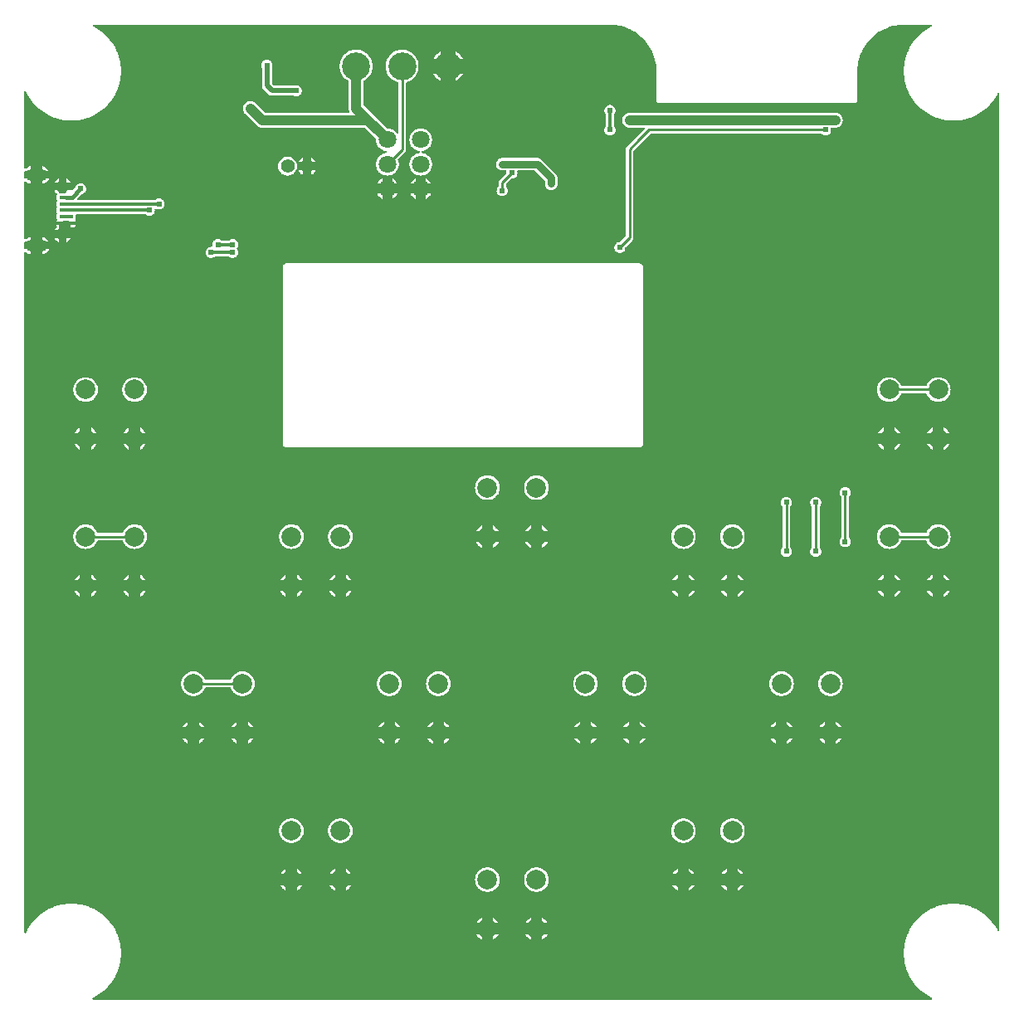
<source format=gtl>
G04 Layer: TopLayer*
G04 EasyEDA v6.5.20, 2022-12-02 00:59:29*
G04 a67cddfb3fce44daa9051d46cbbcc19f,10*
G04 Gerber Generator version 0.2*
G04 Scale: 100 percent, Rotated: No, Reflected: No *
G04 Dimensions in millimeters *
G04 leading zeros omitted , absolute positions ,4 integer and 5 decimal *
%FSLAX45Y45*%
%MOMM*%

%ADD10C,0.4000*%
%ADD11C,0.3000*%
%ADD12C,1.0000*%
%ADD13C,0.2500*%
%ADD14C,0.7500*%
%ADD15C,0.5000*%
%ADD16R,1.4000X0.4000*%
%ADD17C,2.8500*%
%ADD18C,1.8000*%
%ADD19C,2.0000*%
%ADD20O,2.1999956000000003X1.2999974*%
%ADD21C,1.3000*%
%ADD22C,1.4224*%
%ADD23C,0.6096*%
%ADD24C,0.6100*%
%ADD25C,0.0105*%

%LPD*%
G36*
X731012Y25908D02*
G01*
X727202Y26670D01*
X723950Y28803D01*
X721715Y32004D01*
X720852Y35864D01*
X721563Y39674D01*
X723595Y43027D01*
X726795Y45313D01*
X730402Y46939D01*
X757834Y61722D01*
X784301Y78130D01*
X809701Y96164D01*
X833932Y115722D01*
X856945Y136702D01*
X878586Y159105D01*
X898855Y182778D01*
X917549Y207670D01*
X934719Y233629D01*
X950264Y260654D01*
X964133Y288544D01*
X976223Y317246D01*
X986485Y346659D01*
X994968Y376631D01*
X1001572Y407060D01*
X1006297Y437845D01*
X1009091Y468884D01*
X1010005Y499973D01*
X1009091Y531114D01*
X1006297Y562152D01*
X1001572Y592937D01*
X994968Y623366D01*
X986485Y653338D01*
X976223Y682752D01*
X964133Y711454D01*
X950264Y739343D01*
X934719Y766368D01*
X917549Y792327D01*
X898855Y817219D01*
X878586Y840892D01*
X856945Y863295D01*
X833932Y884275D01*
X809701Y903833D01*
X784301Y921867D01*
X757834Y938276D01*
X730402Y953058D01*
X702106Y966063D01*
X673049Y977341D01*
X643382Y986790D01*
X613206Y994410D01*
X582574Y1000150D01*
X551637Y1003960D01*
X520547Y1005890D01*
X489407Y1005890D01*
X458317Y1003960D01*
X427431Y1000150D01*
X396798Y994410D01*
X366623Y986790D01*
X336956Y977341D01*
X307898Y966063D01*
X279603Y953058D01*
X252171Y938276D01*
X225704Y921867D01*
X200304Y903833D01*
X176072Y884275D01*
X153060Y863295D01*
X131419Y840892D01*
X111150Y817219D01*
X92405Y792327D01*
X75234Y766368D01*
X59740Y739343D01*
X45872Y711454D01*
X43230Y707085D01*
X39928Y704900D01*
X36017Y704138D01*
X32156Y704951D01*
X28854Y707136D01*
X26670Y710438D01*
X25908Y714298D01*
X25908Y7644384D01*
X26670Y7648244D01*
X28803Y7651496D01*
X32004Y7653731D01*
X35814Y7654544D01*
X39674Y7653883D01*
X43027Y7651851D01*
X45516Y7649514D01*
X55626Y7642352D01*
X66649Y7636611D01*
X78333Y7632496D01*
X86512Y7630769D01*
X86512Y7681163D01*
X36068Y7681163D01*
X32156Y7681925D01*
X28905Y7684109D01*
X26670Y7687411D01*
X25908Y7691323D01*
X25908Y7748676D01*
X26670Y7752588D01*
X28905Y7755839D01*
X32156Y7758074D01*
X36068Y7758836D01*
X86512Y7758836D01*
X86512Y7809179D01*
X78333Y7807502D01*
X66649Y7803337D01*
X55626Y7797647D01*
X45516Y7790484D01*
X43027Y7788148D01*
X39674Y7786065D01*
X35814Y7785404D01*
X32004Y7786268D01*
X28803Y7788452D01*
X26670Y7791754D01*
X25908Y7795564D01*
X25908Y8364423D01*
X26670Y8368233D01*
X28803Y8371484D01*
X32004Y8373719D01*
X35814Y8374583D01*
X39674Y8373922D01*
X43027Y8371840D01*
X45516Y8369503D01*
X55626Y8362340D01*
X66649Y8356650D01*
X78333Y8352485D01*
X86512Y8350758D01*
X86512Y8401151D01*
X36068Y8401151D01*
X32156Y8401913D01*
X28905Y8404098D01*
X26670Y8407400D01*
X25908Y8411311D01*
X25908Y8468664D01*
X26670Y8472576D01*
X28905Y8475878D01*
X32156Y8478062D01*
X36068Y8478824D01*
X86512Y8478824D01*
X86512Y8529218D01*
X78333Y8527491D01*
X66649Y8523325D01*
X55626Y8517636D01*
X45516Y8510473D01*
X43027Y8508136D01*
X39674Y8506053D01*
X35814Y8505393D01*
X32004Y8506256D01*
X28803Y8508492D01*
X26670Y8511743D01*
X25908Y8515553D01*
X25908Y9285681D01*
X26670Y9289542D01*
X28854Y9292844D01*
X32156Y9295028D01*
X36017Y9295841D01*
X39928Y9295079D01*
X43230Y9292894D01*
X45872Y9288526D01*
X59740Y9260636D01*
X75234Y9233611D01*
X92405Y9207652D01*
X111150Y9182760D01*
X131419Y9159087D01*
X153060Y9136684D01*
X176072Y9115704D01*
X200304Y9096146D01*
X225704Y9078112D01*
X252171Y9061704D01*
X279603Y9046921D01*
X307898Y9033916D01*
X336956Y9022638D01*
X366623Y9013190D01*
X396798Y9005570D01*
X427431Y8999829D01*
X458317Y8996019D01*
X489407Y8994089D01*
X520547Y8994089D01*
X551637Y8996019D01*
X582574Y8999829D01*
X613206Y9005570D01*
X643382Y9013190D01*
X673049Y9022638D01*
X702106Y9033916D01*
X730402Y9046921D01*
X757834Y9061704D01*
X784301Y9078112D01*
X809701Y9096146D01*
X833932Y9115704D01*
X856945Y9136684D01*
X878586Y9159087D01*
X898855Y9182760D01*
X917549Y9207652D01*
X934719Y9233611D01*
X950264Y9260636D01*
X964133Y9288526D01*
X976223Y9317228D01*
X986485Y9346641D01*
X994968Y9376613D01*
X1001572Y9407042D01*
X1006297Y9437827D01*
X1009091Y9468866D01*
X1010005Y9499955D01*
X1009091Y9531096D01*
X1006297Y9562134D01*
X1001572Y9592919D01*
X994968Y9623348D01*
X986485Y9653320D01*
X976223Y9682734D01*
X964133Y9711436D01*
X950264Y9739325D01*
X934719Y9766350D01*
X917549Y9792309D01*
X898855Y9817201D01*
X878586Y9840874D01*
X856945Y9863277D01*
X833932Y9884257D01*
X809701Y9903815D01*
X784301Y9921849D01*
X757834Y9938258D01*
X730402Y9953040D01*
X726795Y9954666D01*
X723595Y9956952D01*
X721563Y9960305D01*
X720852Y9964115D01*
X721715Y9967976D01*
X723950Y9971176D01*
X727202Y9973310D01*
X731012Y9974072D01*
X5999429Y9974072D01*
X6030061Y9973106D01*
X6059728Y9970262D01*
X6089142Y9965588D01*
X6118199Y9959086D01*
X6146800Y9950754D01*
X6174790Y9940645D01*
X6202121Y9928809D01*
X6228638Y9915245D01*
X6254292Y9900056D01*
X6278880Y9883343D01*
X6302400Y9865055D01*
X6324752Y9845344D01*
X6345783Y9824262D01*
X6365443Y9801910D01*
X6383680Y9778390D01*
X6400444Y9753752D01*
X6415582Y9728098D01*
X6429095Y9701530D01*
X6440881Y9674199D01*
X6450939Y9646158D01*
X6459220Y9617557D01*
X6465722Y9588500D01*
X6470345Y9559086D01*
X6473139Y9529419D01*
X6474104Y9499447D01*
X6474104Y9200591D01*
X6474866Y9194088D01*
X6476949Y9188551D01*
X6480505Y9183420D01*
X6483553Y9180372D01*
X6487160Y9177731D01*
X6492697Y9175242D01*
X6500164Y9174073D01*
X8499348Y9174073D01*
X8505850Y9174886D01*
X8511387Y9176969D01*
X8516518Y9180525D01*
X8519566Y9183522D01*
X8522208Y9187129D01*
X8524697Y9192666D01*
X8525916Y9200134D01*
X8525916Y9499447D01*
X8526881Y9530080D01*
X8529675Y9559696D01*
X8534349Y9589109D01*
X8540902Y9618167D01*
X8549233Y9646767D01*
X8559342Y9674809D01*
X8571179Y9702139D01*
X8584692Y9728657D01*
X8599881Y9754260D01*
X8616645Y9778898D01*
X8634933Y9802418D01*
X8654643Y9824720D01*
X8675674Y9845802D01*
X8698026Y9865461D01*
X8721598Y9883698D01*
X8746236Y9900412D01*
X8771890Y9915550D01*
X8798407Y9929063D01*
X8825738Y9940899D01*
X8853779Y9950958D01*
X8882380Y9959238D01*
X8911488Y9965690D01*
X8940901Y9970363D01*
X8970518Y9973157D01*
X9000540Y9974072D01*
X9278975Y9974072D01*
X9282785Y9973310D01*
X9286036Y9971176D01*
X9288272Y9967976D01*
X9289084Y9964115D01*
X9288424Y9960305D01*
X9286392Y9956952D01*
X9283192Y9954666D01*
X9279585Y9953040D01*
X9252153Y9938258D01*
X9225686Y9921849D01*
X9200286Y9903815D01*
X9176054Y9884257D01*
X9153042Y9863277D01*
X9131401Y9840874D01*
X9111132Y9817201D01*
X9092387Y9792309D01*
X9075216Y9766350D01*
X9059722Y9739325D01*
X9045854Y9711436D01*
X9033764Y9682734D01*
X9023451Y9653320D01*
X9015018Y9623348D01*
X9008414Y9592919D01*
X9003690Y9562134D01*
X9000896Y9531096D01*
X8999982Y9500006D01*
X9000896Y9468866D01*
X9003690Y9437827D01*
X9008414Y9407042D01*
X9015018Y9376613D01*
X9023451Y9346641D01*
X9033764Y9317228D01*
X9045854Y9288526D01*
X9059722Y9260636D01*
X9075216Y9233611D01*
X9092387Y9207652D01*
X9111132Y9182760D01*
X9131401Y9159087D01*
X9153042Y9136684D01*
X9176054Y9115704D01*
X9200286Y9096146D01*
X9225686Y9078112D01*
X9252153Y9061704D01*
X9279585Y9046921D01*
X9307880Y9033916D01*
X9336938Y9022638D01*
X9366605Y9013190D01*
X9396780Y9005570D01*
X9427413Y8999829D01*
X9458299Y8996019D01*
X9489389Y8994089D01*
X9520529Y8994089D01*
X9551619Y8996019D01*
X9582556Y8999829D01*
X9613188Y9005570D01*
X9643364Y9013190D01*
X9673031Y9022638D01*
X9702088Y9033916D01*
X9730384Y9046921D01*
X9757816Y9061704D01*
X9784283Y9078112D01*
X9809683Y9096146D01*
X9833914Y9115704D01*
X9856927Y9136684D01*
X9878568Y9159087D01*
X9898837Y9182760D01*
X9917531Y9207652D01*
X9934702Y9233611D01*
X9950246Y9260636D01*
X9954818Y9269831D01*
X9957663Y9273286D01*
X9961727Y9275216D01*
X9966248Y9275165D01*
X9970262Y9273235D01*
X9973056Y9269679D01*
X9974072Y9265310D01*
X9974072Y734669D01*
X9973056Y730300D01*
X9970262Y726744D01*
X9966248Y724814D01*
X9961727Y724763D01*
X9957663Y726694D01*
X9954818Y730148D01*
X9950246Y739343D01*
X9934702Y766368D01*
X9917531Y792327D01*
X9898837Y817219D01*
X9878568Y840892D01*
X9856927Y863295D01*
X9833914Y884275D01*
X9809683Y903833D01*
X9784283Y921867D01*
X9757816Y938276D01*
X9730384Y953058D01*
X9702088Y966063D01*
X9673031Y977341D01*
X9643364Y986790D01*
X9613188Y994410D01*
X9582556Y1000150D01*
X9551619Y1003960D01*
X9520529Y1005890D01*
X9489389Y1005890D01*
X9458299Y1003960D01*
X9427413Y1000150D01*
X9396780Y994410D01*
X9366605Y986790D01*
X9336938Y977341D01*
X9307880Y966063D01*
X9279585Y953058D01*
X9252153Y938276D01*
X9225686Y921867D01*
X9200286Y903833D01*
X9176054Y884275D01*
X9153042Y863295D01*
X9131401Y840892D01*
X9111132Y817219D01*
X9092387Y792327D01*
X9075216Y766368D01*
X9059722Y739343D01*
X9045854Y711454D01*
X9033764Y682752D01*
X9023451Y653338D01*
X9015018Y623366D01*
X9008414Y592937D01*
X9003690Y562152D01*
X9000896Y531114D01*
X8999982Y500024D01*
X9000896Y468884D01*
X9003690Y437845D01*
X9008414Y407060D01*
X9015018Y376631D01*
X9023451Y346659D01*
X9033764Y317246D01*
X9045854Y288544D01*
X9059722Y260654D01*
X9075216Y233629D01*
X9092387Y207670D01*
X9111132Y182778D01*
X9131401Y159105D01*
X9153042Y136702D01*
X9176054Y115722D01*
X9200286Y96164D01*
X9225686Y78130D01*
X9252153Y61722D01*
X9279585Y46939D01*
X9283192Y45313D01*
X9286392Y43027D01*
X9288424Y39674D01*
X9289084Y35864D01*
X9288272Y32004D01*
X9286036Y28803D01*
X9282785Y26670D01*
X9278975Y25908D01*
G37*

%LPC*%
G36*
X4427575Y9627565D02*
G01*
X4499457Y9627565D01*
X4490313Y9643059D01*
X4479645Y9657435D01*
X4467453Y9670643D01*
X4453991Y9682429D01*
X4439310Y9692741D01*
X4427575Y9699244D01*
G37*
G36*
X4806340Y637540D02*
G01*
X4808524Y638505D01*
X4821529Y646379D01*
X4833467Y655726D01*
X4844237Y666496D01*
X4853584Y678484D01*
X4861458Y691489D01*
X4862423Y693623D01*
X4806340Y693623D01*
G37*
G36*
X4693666Y637540D02*
G01*
X4693666Y693623D01*
X4637582Y693623D01*
X4638548Y691489D01*
X4646422Y678484D01*
X4655769Y666496D01*
X4666538Y655726D01*
X4678476Y646379D01*
X4691481Y638505D01*
G37*
G36*
X5193639Y637540D02*
G01*
X5193639Y693623D01*
X5137556Y693623D01*
X5138521Y691489D01*
X5146395Y678484D01*
X5155793Y666496D01*
X5166512Y655726D01*
X5178501Y646379D01*
X5191506Y638505D01*
G37*
G36*
X4200804Y9627565D02*
G01*
X4272381Y9627565D01*
X4272381Y9699244D01*
X4268419Y9697262D01*
X4253179Y9687763D01*
X4239107Y9676688D01*
X4226255Y9664192D01*
X4214825Y9650425D01*
X4204919Y9635490D01*
G37*
G36*
X4427575Y9400743D02*
G01*
X4439310Y9407245D01*
X4453991Y9417507D01*
X4467453Y9429343D01*
X4479645Y9442500D01*
X4490313Y9456877D01*
X4499457Y9472371D01*
X4427575Y9472371D01*
G37*
G36*
X4637582Y806297D02*
G01*
X4693666Y806297D01*
X4693666Y862431D01*
X4691481Y861466D01*
X4678476Y853592D01*
X4666538Y844194D01*
X4655769Y833475D01*
X4646422Y821486D01*
X4638548Y808482D01*
G37*
G36*
X5306364Y806297D02*
G01*
X5362448Y806297D01*
X5361482Y808482D01*
X5353608Y821486D01*
X5344210Y833475D01*
X5333492Y844194D01*
X5321503Y853592D01*
X5308498Y861466D01*
X5306364Y862431D01*
G37*
G36*
X4806340Y806297D02*
G01*
X4862423Y806297D01*
X4861458Y808482D01*
X4853584Y821486D01*
X4844237Y833475D01*
X4833467Y844194D01*
X4821529Y853592D01*
X4808524Y861466D01*
X4806340Y862431D01*
G37*
G36*
X5137556Y806297D02*
G01*
X5193639Y806297D01*
X5193639Y862431D01*
X5191506Y861466D01*
X5178501Y853592D01*
X5166512Y844194D01*
X5155793Y833475D01*
X5146395Y821486D01*
X5138521Y808482D01*
G37*
G36*
X5250027Y1124102D02*
G01*
X5265166Y1125016D01*
X5280152Y1127760D01*
X5294630Y1132281D01*
X5308498Y1138529D01*
X5321503Y1146403D01*
X5333492Y1155750D01*
X5344210Y1166520D01*
X5353608Y1178458D01*
X5361482Y1191463D01*
X5367731Y1205331D01*
X5372252Y1219860D01*
X5374995Y1234795D01*
X5375910Y1249984D01*
X5374995Y1265174D01*
X5372252Y1280109D01*
X5367731Y1294638D01*
X5361482Y1308506D01*
X5353608Y1321511D01*
X5344210Y1333449D01*
X5333492Y1344218D01*
X5321503Y1353566D01*
X5308498Y1361440D01*
X5294630Y1367688D01*
X5280152Y1372209D01*
X5265166Y1374952D01*
X5250027Y1375867D01*
X5234838Y1374952D01*
X5219852Y1372209D01*
X5205374Y1367688D01*
X5191506Y1361440D01*
X5178501Y1353566D01*
X5166512Y1344218D01*
X5155793Y1333449D01*
X5146395Y1321511D01*
X5138521Y1308506D01*
X5132273Y1294638D01*
X5127752Y1280109D01*
X5125008Y1265174D01*
X5124094Y1249984D01*
X5125008Y1234795D01*
X5127752Y1219860D01*
X5132273Y1205331D01*
X5138521Y1191463D01*
X5146395Y1178458D01*
X5155793Y1166520D01*
X5166512Y1155750D01*
X5178501Y1146403D01*
X5191506Y1138529D01*
X5205374Y1132281D01*
X5219852Y1127760D01*
X5234838Y1125016D01*
G37*
G36*
X4750003Y1124102D02*
G01*
X4765192Y1125016D01*
X4780127Y1127760D01*
X4794656Y1132281D01*
X4808524Y1138529D01*
X4821529Y1146403D01*
X4833467Y1155750D01*
X4844237Y1166520D01*
X4853584Y1178458D01*
X4861458Y1191463D01*
X4867706Y1205331D01*
X4872228Y1219860D01*
X4874971Y1234795D01*
X4875885Y1249984D01*
X4874971Y1265174D01*
X4872228Y1280109D01*
X4867706Y1294638D01*
X4861458Y1308506D01*
X4853584Y1321511D01*
X4844237Y1333449D01*
X4833467Y1344218D01*
X4821529Y1353566D01*
X4808524Y1361440D01*
X4794656Y1367688D01*
X4780127Y1372209D01*
X4765192Y1374952D01*
X4750003Y1375867D01*
X4734814Y1374952D01*
X4719878Y1372209D01*
X4705350Y1367688D01*
X4691481Y1361440D01*
X4678476Y1353566D01*
X4666538Y1344218D01*
X4655769Y1333449D01*
X4646422Y1321511D01*
X4638548Y1308506D01*
X4632299Y1294638D01*
X4627778Y1280109D01*
X4625035Y1265174D01*
X4624120Y1249984D01*
X4625035Y1234795D01*
X4627778Y1219860D01*
X4632299Y1205331D01*
X4638548Y1191463D01*
X4646422Y1178458D01*
X4655769Y1166520D01*
X4666538Y1155750D01*
X4678476Y1146403D01*
X4691481Y1138529D01*
X4705350Y1132281D01*
X4719878Y1127760D01*
X4734814Y1125016D01*
G37*
G36*
X6806336Y1137513D02*
G01*
X6808520Y1138478D01*
X6821525Y1146352D01*
X6833463Y1155750D01*
X6844233Y1166469D01*
X6853580Y1178458D01*
X6861454Y1191463D01*
X6862419Y1193596D01*
X6806336Y1193596D01*
G37*
G36*
X7306360Y1137513D02*
G01*
X7308494Y1138478D01*
X7321499Y1146352D01*
X7333488Y1155750D01*
X7344206Y1166469D01*
X7353604Y1178458D01*
X7361478Y1191463D01*
X7362444Y1193596D01*
X7306360Y1193596D01*
G37*
G36*
X3306368Y1137513D02*
G01*
X3308502Y1138478D01*
X3321507Y1146352D01*
X3333496Y1155750D01*
X3344214Y1166469D01*
X3353612Y1178458D01*
X3361486Y1191463D01*
X3362451Y1193596D01*
X3306368Y1193596D01*
G37*
G36*
X2806344Y1137513D02*
G01*
X2808528Y1138478D01*
X2821533Y1146352D01*
X2833471Y1155750D01*
X2844241Y1166469D01*
X2853588Y1178458D01*
X2861462Y1191463D01*
X2862427Y1193596D01*
X2806344Y1193596D01*
G37*
G36*
X3193643Y1137513D02*
G01*
X3193643Y1193596D01*
X3137560Y1193596D01*
X3138525Y1191463D01*
X3146399Y1178458D01*
X3155797Y1166469D01*
X3166516Y1155750D01*
X3178505Y1146352D01*
X3191510Y1138478D01*
G37*
G36*
X7193635Y1137513D02*
G01*
X7193635Y1193596D01*
X7137552Y1193596D01*
X7138517Y1191463D01*
X7146391Y1178458D01*
X7155789Y1166469D01*
X7166508Y1155750D01*
X7178497Y1146352D01*
X7191502Y1138478D01*
G37*
G36*
X6693662Y1137513D02*
G01*
X6693662Y1193596D01*
X6637578Y1193596D01*
X6638544Y1191463D01*
X6646418Y1178458D01*
X6655765Y1166469D01*
X6666534Y1155750D01*
X6678472Y1146352D01*
X6691477Y1138478D01*
G37*
G36*
X2693670Y1137513D02*
G01*
X2693670Y1193596D01*
X2637586Y1193596D01*
X2638552Y1191463D01*
X2646426Y1178458D01*
X2655773Y1166469D01*
X2666542Y1155750D01*
X2678480Y1146352D01*
X2691485Y1138478D01*
G37*
G36*
X3137560Y1306322D02*
G01*
X3193643Y1306322D01*
X3193643Y1362405D01*
X3191510Y1361440D01*
X3178505Y1353566D01*
X3166516Y1344218D01*
X3155797Y1333449D01*
X3146399Y1321460D01*
X3138525Y1308455D01*
G37*
G36*
X6637578Y1306322D02*
G01*
X6693662Y1306322D01*
X6693662Y1362405D01*
X6691477Y1361440D01*
X6678472Y1353566D01*
X6666534Y1344218D01*
X6655765Y1333449D01*
X6646418Y1321460D01*
X6638544Y1308455D01*
G37*
G36*
X7306360Y1306322D02*
G01*
X7362444Y1306322D01*
X7361478Y1308455D01*
X7353604Y1321460D01*
X7344206Y1333449D01*
X7333488Y1344218D01*
X7321499Y1353566D01*
X7308494Y1361440D01*
X7306360Y1362405D01*
G37*
G36*
X7137552Y1306322D02*
G01*
X7193635Y1306322D01*
X7193635Y1362405D01*
X7191502Y1361440D01*
X7178497Y1353566D01*
X7166508Y1344218D01*
X7155789Y1333449D01*
X7146391Y1321460D01*
X7138517Y1308455D01*
G37*
G36*
X2637586Y1306322D02*
G01*
X2693670Y1306322D01*
X2693670Y1362405D01*
X2691485Y1361440D01*
X2678480Y1353566D01*
X2666542Y1344218D01*
X2655773Y1333449D01*
X2646426Y1321460D01*
X2638552Y1308455D01*
G37*
G36*
X2806344Y1306322D02*
G01*
X2862427Y1306322D01*
X2861462Y1308455D01*
X2853588Y1321460D01*
X2844241Y1333449D01*
X2833471Y1344218D01*
X2821533Y1353566D01*
X2808528Y1361440D01*
X2806344Y1362405D01*
G37*
G36*
X6806336Y1306322D02*
G01*
X6862419Y1306322D01*
X6861454Y1308455D01*
X6853580Y1321460D01*
X6844233Y1333449D01*
X6833463Y1344218D01*
X6821525Y1353566D01*
X6808520Y1361440D01*
X6806336Y1362405D01*
G37*
G36*
X3306368Y1306322D02*
G01*
X3362451Y1306322D01*
X3361486Y1308455D01*
X3353612Y1321460D01*
X3344214Y1333449D01*
X3333496Y1344218D01*
X3321507Y1353566D01*
X3308502Y1361440D01*
X3306368Y1362405D01*
G37*
G36*
X3250031Y1624076D02*
G01*
X3265170Y1624990D01*
X3280156Y1627733D01*
X3294634Y1632254D01*
X3308502Y1638503D01*
X3321507Y1646377D01*
X3333496Y1655775D01*
X3344214Y1666493D01*
X3353612Y1678482D01*
X3361486Y1691487D01*
X3367735Y1705356D01*
X3372256Y1719834D01*
X3374999Y1734820D01*
X3375914Y1749958D01*
X3374999Y1765147D01*
X3372256Y1780133D01*
X3367735Y1794611D01*
X3361486Y1808480D01*
X3353612Y1821484D01*
X3344214Y1833473D01*
X3333496Y1844192D01*
X3321507Y1853590D01*
X3308502Y1861464D01*
X3294634Y1867712D01*
X3280156Y1872234D01*
X3265170Y1874977D01*
X3250031Y1875891D01*
X3234842Y1874977D01*
X3219856Y1872234D01*
X3205378Y1867712D01*
X3191510Y1861464D01*
X3178505Y1853590D01*
X3166516Y1844192D01*
X3155797Y1833473D01*
X3146399Y1821484D01*
X3138525Y1808480D01*
X3132277Y1794611D01*
X3127756Y1780133D01*
X3125012Y1765147D01*
X3124098Y1749958D01*
X3125012Y1734820D01*
X3127756Y1719834D01*
X3132277Y1705356D01*
X3138525Y1691487D01*
X3146399Y1678482D01*
X3155797Y1666493D01*
X3166516Y1655775D01*
X3178505Y1646377D01*
X3191510Y1638503D01*
X3205378Y1632254D01*
X3219856Y1627733D01*
X3234842Y1624990D01*
G37*
G36*
X7250023Y1624076D02*
G01*
X7265162Y1624990D01*
X7280148Y1627733D01*
X7294625Y1632254D01*
X7308494Y1638503D01*
X7321499Y1646377D01*
X7333488Y1655775D01*
X7344206Y1666493D01*
X7353604Y1678482D01*
X7361478Y1691487D01*
X7367727Y1705356D01*
X7372248Y1719834D01*
X7374991Y1734820D01*
X7375906Y1749958D01*
X7374991Y1765147D01*
X7372248Y1780133D01*
X7367727Y1794611D01*
X7361478Y1808480D01*
X7353604Y1821484D01*
X7344206Y1833473D01*
X7333488Y1844192D01*
X7321499Y1853590D01*
X7308494Y1861464D01*
X7294625Y1867712D01*
X7280148Y1872234D01*
X7265162Y1874977D01*
X7250023Y1875891D01*
X7234834Y1874977D01*
X7219848Y1872234D01*
X7205370Y1867712D01*
X7191502Y1861464D01*
X7178497Y1853590D01*
X7166508Y1844192D01*
X7155789Y1833473D01*
X7146391Y1821484D01*
X7138517Y1808480D01*
X7132269Y1794611D01*
X7127748Y1780133D01*
X7125004Y1765147D01*
X7124090Y1749958D01*
X7125004Y1734820D01*
X7127748Y1719834D01*
X7132269Y1705356D01*
X7138517Y1691487D01*
X7146391Y1678482D01*
X7155789Y1666493D01*
X7166508Y1655775D01*
X7178497Y1646377D01*
X7191502Y1638503D01*
X7205370Y1632254D01*
X7219848Y1627733D01*
X7234834Y1624990D01*
G37*
G36*
X2750007Y1624076D02*
G01*
X2765196Y1624990D01*
X2780131Y1627733D01*
X2794660Y1632254D01*
X2808528Y1638503D01*
X2821533Y1646377D01*
X2833471Y1655775D01*
X2844241Y1666493D01*
X2853588Y1678482D01*
X2861462Y1691487D01*
X2867710Y1705356D01*
X2872232Y1719834D01*
X2874975Y1734820D01*
X2875889Y1749958D01*
X2874975Y1765147D01*
X2872232Y1780133D01*
X2867710Y1794611D01*
X2861462Y1808480D01*
X2853588Y1821484D01*
X2844241Y1833473D01*
X2833471Y1844192D01*
X2821533Y1853590D01*
X2808528Y1861464D01*
X2794660Y1867712D01*
X2780131Y1872234D01*
X2765196Y1874977D01*
X2750007Y1875891D01*
X2734818Y1874977D01*
X2719882Y1872234D01*
X2705354Y1867712D01*
X2691485Y1861464D01*
X2678480Y1853590D01*
X2666542Y1844192D01*
X2655773Y1833473D01*
X2646426Y1821484D01*
X2638552Y1808480D01*
X2632303Y1794611D01*
X2627782Y1780133D01*
X2625039Y1765147D01*
X2624124Y1749958D01*
X2625039Y1734820D01*
X2627782Y1719834D01*
X2632303Y1705356D01*
X2638552Y1691487D01*
X2646426Y1678482D01*
X2655773Y1666493D01*
X2666542Y1655775D01*
X2678480Y1646377D01*
X2691485Y1638503D01*
X2705354Y1632254D01*
X2719882Y1627733D01*
X2734818Y1624990D01*
G37*
G36*
X6749999Y1624076D02*
G01*
X6765188Y1624990D01*
X6780123Y1627733D01*
X6794652Y1632254D01*
X6808520Y1638503D01*
X6821525Y1646377D01*
X6833463Y1655775D01*
X6844233Y1666493D01*
X6853580Y1678482D01*
X6861454Y1691487D01*
X6867702Y1705356D01*
X6872224Y1719834D01*
X6874967Y1734820D01*
X6875881Y1749958D01*
X6874967Y1765147D01*
X6872224Y1780133D01*
X6867702Y1794611D01*
X6861454Y1808480D01*
X6853580Y1821484D01*
X6844233Y1833473D01*
X6833463Y1844192D01*
X6821525Y1853590D01*
X6808520Y1861464D01*
X6794652Y1867712D01*
X6780123Y1872234D01*
X6765188Y1874977D01*
X6749999Y1875891D01*
X6734809Y1874977D01*
X6719874Y1872234D01*
X6705346Y1867712D01*
X6691477Y1861464D01*
X6678472Y1853590D01*
X6666534Y1844192D01*
X6655765Y1833473D01*
X6646418Y1821484D01*
X6638544Y1808480D01*
X6632295Y1794611D01*
X6627774Y1780133D01*
X6625031Y1765147D01*
X6624116Y1749958D01*
X6625031Y1734820D01*
X6627774Y1719834D01*
X6632295Y1705356D01*
X6638544Y1691487D01*
X6646418Y1678482D01*
X6655765Y1666493D01*
X6666534Y1655775D01*
X6678472Y1646377D01*
X6691477Y1638503D01*
X6705346Y1632254D01*
X6719874Y1627733D01*
X6734809Y1624990D01*
G37*
G36*
X5806338Y2637536D02*
G01*
X5808522Y2638501D01*
X5821527Y2646375D01*
X5833465Y2655722D01*
X5844235Y2666492D01*
X5853582Y2678480D01*
X5861456Y2691485D01*
X5862421Y2693619D01*
X5806338Y2693619D01*
G37*
G36*
X4306366Y2637536D02*
G01*
X4308500Y2638501D01*
X4321505Y2646375D01*
X4333494Y2655722D01*
X4344212Y2666492D01*
X4353610Y2678480D01*
X4361484Y2691485D01*
X4362450Y2693619D01*
X4306366Y2693619D01*
G37*
G36*
X3806342Y2637536D02*
G01*
X3808526Y2638501D01*
X3821531Y2646375D01*
X3833469Y2655722D01*
X3844239Y2666492D01*
X3853586Y2678480D01*
X3861460Y2691485D01*
X3862425Y2693619D01*
X3806342Y2693619D01*
G37*
G36*
X2306370Y2637536D02*
G01*
X2308504Y2638501D01*
X2321509Y2646375D01*
X2333498Y2655722D01*
X2344216Y2666492D01*
X2353614Y2678480D01*
X2361488Y2691485D01*
X2362454Y2693619D01*
X2306370Y2693619D01*
G37*
G36*
X7806334Y2637536D02*
G01*
X7808518Y2638501D01*
X7821523Y2646375D01*
X7833461Y2655722D01*
X7844231Y2666492D01*
X7853578Y2678480D01*
X7861452Y2691485D01*
X7862417Y2693619D01*
X7806334Y2693619D01*
G37*
G36*
X6306362Y2637536D02*
G01*
X6308496Y2638501D01*
X6321501Y2646375D01*
X6333490Y2655722D01*
X6344208Y2666492D01*
X6353606Y2678480D01*
X6361480Y2691485D01*
X6362446Y2693619D01*
X6306362Y2693619D01*
G37*
G36*
X8306358Y2637536D02*
G01*
X8308492Y2638501D01*
X8321497Y2646375D01*
X8333486Y2655722D01*
X8344204Y2666492D01*
X8353602Y2678480D01*
X8361476Y2691485D01*
X8362442Y2693619D01*
X8306358Y2693619D01*
G37*
G36*
X1806346Y2637536D02*
G01*
X1808530Y2638501D01*
X1821535Y2646375D01*
X1833473Y2655722D01*
X1844243Y2666492D01*
X1853590Y2678480D01*
X1861464Y2691485D01*
X1862429Y2693619D01*
X1806346Y2693619D01*
G37*
G36*
X3693668Y2637536D02*
G01*
X3693668Y2693619D01*
X3637584Y2693619D01*
X3638550Y2691485D01*
X3646424Y2678480D01*
X3655771Y2666492D01*
X3666540Y2655722D01*
X3678478Y2646375D01*
X3691483Y2638501D01*
G37*
G36*
X8193633Y2637536D02*
G01*
X8193633Y2693619D01*
X8137550Y2693619D01*
X8138515Y2691485D01*
X8146389Y2678480D01*
X8155787Y2666492D01*
X8166506Y2655722D01*
X8178495Y2646375D01*
X8191500Y2638501D01*
G37*
G36*
X7693659Y2637536D02*
G01*
X7693659Y2693619D01*
X7637576Y2693619D01*
X7638542Y2691485D01*
X7646416Y2678480D01*
X7655763Y2666492D01*
X7666532Y2655722D01*
X7678470Y2646375D01*
X7691475Y2638501D01*
G37*
G36*
X2193645Y2637536D02*
G01*
X2193645Y2693619D01*
X2137562Y2693619D01*
X2138527Y2691485D01*
X2146401Y2678480D01*
X2155799Y2666492D01*
X2166518Y2655722D01*
X2178507Y2646375D01*
X2191512Y2638501D01*
G37*
G36*
X1693672Y2637536D02*
G01*
X1693672Y2693619D01*
X1637588Y2693619D01*
X1638554Y2691485D01*
X1646428Y2678480D01*
X1655775Y2666492D01*
X1666544Y2655722D01*
X1678482Y2646375D01*
X1691487Y2638501D01*
G37*
G36*
X6193637Y2637536D02*
G01*
X6193637Y2693619D01*
X6137554Y2693619D01*
X6138519Y2691485D01*
X6146393Y2678480D01*
X6155791Y2666492D01*
X6166510Y2655722D01*
X6178499Y2646375D01*
X6191504Y2638501D01*
G37*
G36*
X4193641Y2637536D02*
G01*
X4193641Y2693619D01*
X4137558Y2693619D01*
X4138523Y2691485D01*
X4146397Y2678480D01*
X4155795Y2666492D01*
X4166514Y2655722D01*
X4178503Y2646375D01*
X4191508Y2638501D01*
G37*
G36*
X5693664Y2637536D02*
G01*
X5693664Y2693619D01*
X5637580Y2693619D01*
X5638546Y2691485D01*
X5646420Y2678480D01*
X5655767Y2666492D01*
X5666536Y2655722D01*
X5678474Y2646375D01*
X5691479Y2638501D01*
G37*
G36*
X5806338Y2806293D02*
G01*
X5862421Y2806293D01*
X5861456Y2808478D01*
X5853582Y2821482D01*
X5844235Y2833471D01*
X5833465Y2844190D01*
X5821527Y2853588D01*
X5808522Y2861462D01*
X5806338Y2862427D01*
G37*
G36*
X4137558Y2806293D02*
G01*
X4193641Y2806293D01*
X4193641Y2862427D01*
X4191508Y2861462D01*
X4178503Y2853588D01*
X4166514Y2844190D01*
X4155795Y2833471D01*
X4146397Y2821482D01*
X4138523Y2808478D01*
G37*
G36*
X4306366Y2806293D02*
G01*
X4362450Y2806293D01*
X4361484Y2808478D01*
X4353610Y2821482D01*
X4344212Y2833471D01*
X4333494Y2844190D01*
X4321505Y2853588D01*
X4308500Y2861462D01*
X4306366Y2862427D01*
G37*
G36*
X6137554Y2806293D02*
G01*
X6193637Y2806293D01*
X6193637Y2862427D01*
X6191504Y2861462D01*
X6178499Y2853588D01*
X6166510Y2844190D01*
X6155791Y2833471D01*
X6146393Y2821482D01*
X6138519Y2808478D01*
G37*
G36*
X3806342Y2806293D02*
G01*
X3862425Y2806293D01*
X3861460Y2808478D01*
X3853586Y2821482D01*
X3844239Y2833471D01*
X3833469Y2844190D01*
X3821531Y2853588D01*
X3808526Y2861462D01*
X3806342Y2862427D01*
G37*
G36*
X5637580Y2806293D02*
G01*
X5693664Y2806293D01*
X5693664Y2862427D01*
X5691479Y2861462D01*
X5678474Y2853588D01*
X5666536Y2844190D01*
X5655767Y2833471D01*
X5646420Y2821482D01*
X5638546Y2808478D01*
G37*
G36*
X7637576Y2806293D02*
G01*
X7693659Y2806293D01*
X7693659Y2862427D01*
X7691475Y2861462D01*
X7678470Y2853588D01*
X7666532Y2844190D01*
X7655763Y2833471D01*
X7646416Y2821482D01*
X7638542Y2808478D01*
G37*
G36*
X2137562Y2806293D02*
G01*
X2193645Y2806293D01*
X2193645Y2862427D01*
X2191512Y2861462D01*
X2178507Y2853588D01*
X2166518Y2844190D01*
X2155799Y2833471D01*
X2146401Y2821482D01*
X2138527Y2808478D01*
G37*
G36*
X6306362Y2806293D02*
G01*
X6362446Y2806293D01*
X6361480Y2808478D01*
X6353606Y2821482D01*
X6344208Y2833471D01*
X6333490Y2844190D01*
X6321501Y2853588D01*
X6308496Y2861462D01*
X6306362Y2862427D01*
G37*
G36*
X7806334Y2806293D02*
G01*
X7862417Y2806293D01*
X7861452Y2808478D01*
X7853578Y2821482D01*
X7844231Y2833471D01*
X7833461Y2844190D01*
X7821523Y2853588D01*
X7808518Y2861462D01*
X7806334Y2862427D01*
G37*
G36*
X3637584Y2806293D02*
G01*
X3693668Y2806293D01*
X3693668Y2862427D01*
X3691483Y2861462D01*
X3678478Y2853588D01*
X3666540Y2844190D01*
X3655771Y2833471D01*
X3646424Y2821482D01*
X3638550Y2808478D01*
G37*
G36*
X8137550Y2806293D02*
G01*
X8193633Y2806293D01*
X8193633Y2862427D01*
X8191500Y2861462D01*
X8178495Y2853588D01*
X8166506Y2844190D01*
X8155787Y2833471D01*
X8146389Y2821482D01*
X8138515Y2808478D01*
G37*
G36*
X8306358Y2806293D02*
G01*
X8362442Y2806293D01*
X8361476Y2808478D01*
X8353602Y2821482D01*
X8344204Y2833471D01*
X8333486Y2844190D01*
X8321497Y2853588D01*
X8308492Y2861462D01*
X8306358Y2862427D01*
G37*
G36*
X1806346Y2806293D02*
G01*
X1862429Y2806293D01*
X1861464Y2808478D01*
X1853590Y2821482D01*
X1844243Y2833471D01*
X1833473Y2844190D01*
X1821535Y2853588D01*
X1808530Y2861462D01*
X1806346Y2862427D01*
G37*
G36*
X2306370Y2806293D02*
G01*
X2362454Y2806293D01*
X2361488Y2808478D01*
X2353614Y2821482D01*
X2344216Y2833471D01*
X2333498Y2844190D01*
X2321509Y2853588D01*
X2308504Y2861462D01*
X2306370Y2862427D01*
G37*
G36*
X1637588Y2806293D02*
G01*
X1693672Y2806293D01*
X1693672Y2862427D01*
X1691487Y2861462D01*
X1678482Y2853588D01*
X1666544Y2844190D01*
X1655775Y2833471D01*
X1646428Y2821482D01*
X1638554Y2808478D01*
G37*
G36*
X8250021Y3124098D02*
G01*
X8265159Y3125012D01*
X8280146Y3127756D01*
X8294624Y3132277D01*
X8308492Y3138525D01*
X8321497Y3146399D01*
X8333486Y3155746D01*
X8344204Y3166516D01*
X8353602Y3178454D01*
X8361476Y3191459D01*
X8367725Y3205327D01*
X8372246Y3219856D01*
X8374989Y3234791D01*
X8375903Y3249980D01*
X8374989Y3265170D01*
X8372246Y3280105D01*
X8367725Y3294634D01*
X8361476Y3308502D01*
X8353602Y3321507D01*
X8344204Y3333445D01*
X8333486Y3344214D01*
X8321497Y3353562D01*
X8308492Y3361436D01*
X8294624Y3367684D01*
X8280146Y3372205D01*
X8265159Y3374948D01*
X8250021Y3375863D01*
X8234832Y3374948D01*
X8219846Y3372205D01*
X8205368Y3367684D01*
X8191500Y3361436D01*
X8178495Y3353562D01*
X8166506Y3344214D01*
X8155787Y3333445D01*
X8146389Y3321507D01*
X8138515Y3308502D01*
X8132267Y3294634D01*
X8127746Y3280105D01*
X8125002Y3265170D01*
X8124088Y3249980D01*
X8125002Y3234791D01*
X8127746Y3219856D01*
X8132267Y3205327D01*
X8138515Y3191459D01*
X8146389Y3178454D01*
X8155787Y3166516D01*
X8166506Y3155746D01*
X8178495Y3146399D01*
X8191500Y3138525D01*
X8205368Y3132277D01*
X8219846Y3127756D01*
X8234832Y3125012D01*
G37*
G36*
X6250025Y3124098D02*
G01*
X6265164Y3125012D01*
X6280150Y3127756D01*
X6294628Y3132277D01*
X6308496Y3138525D01*
X6321501Y3146399D01*
X6333490Y3155746D01*
X6344208Y3166516D01*
X6353606Y3178454D01*
X6361480Y3191459D01*
X6367729Y3205327D01*
X6372250Y3219856D01*
X6374993Y3234791D01*
X6375908Y3249980D01*
X6374993Y3265170D01*
X6372250Y3280105D01*
X6367729Y3294634D01*
X6361480Y3308502D01*
X6353606Y3321507D01*
X6344208Y3333445D01*
X6333490Y3344214D01*
X6321501Y3353562D01*
X6308496Y3361436D01*
X6294628Y3367684D01*
X6280150Y3372205D01*
X6265164Y3374948D01*
X6250025Y3375863D01*
X6234836Y3374948D01*
X6219850Y3372205D01*
X6205372Y3367684D01*
X6191504Y3361436D01*
X6178499Y3353562D01*
X6166510Y3344214D01*
X6155791Y3333445D01*
X6146393Y3321507D01*
X6138519Y3308502D01*
X6132271Y3294634D01*
X6127750Y3280105D01*
X6125006Y3265170D01*
X6124092Y3249980D01*
X6125006Y3234791D01*
X6127750Y3219856D01*
X6132271Y3205327D01*
X6138519Y3191459D01*
X6146393Y3178454D01*
X6155791Y3166516D01*
X6166510Y3155746D01*
X6178499Y3146399D01*
X6191504Y3138525D01*
X6205372Y3132277D01*
X6219850Y3127756D01*
X6234836Y3125012D01*
G37*
G36*
X7749997Y3124098D02*
G01*
X7765186Y3125012D01*
X7780121Y3127756D01*
X7794650Y3132277D01*
X7808518Y3138525D01*
X7821523Y3146399D01*
X7833461Y3155746D01*
X7844231Y3166516D01*
X7853578Y3178454D01*
X7861452Y3191459D01*
X7867700Y3205327D01*
X7872222Y3219856D01*
X7874965Y3234791D01*
X7875879Y3249980D01*
X7874965Y3265170D01*
X7872222Y3280105D01*
X7867700Y3294634D01*
X7861452Y3308502D01*
X7853578Y3321507D01*
X7844231Y3333445D01*
X7833461Y3344214D01*
X7821523Y3353562D01*
X7808518Y3361436D01*
X7794650Y3367684D01*
X7780121Y3372205D01*
X7765186Y3374948D01*
X7749997Y3375863D01*
X7734808Y3374948D01*
X7719872Y3372205D01*
X7705344Y3367684D01*
X7691475Y3361436D01*
X7678470Y3353562D01*
X7666532Y3344214D01*
X7655763Y3333445D01*
X7646416Y3321507D01*
X7638542Y3308502D01*
X7632293Y3294634D01*
X7627772Y3280105D01*
X7625029Y3265170D01*
X7624114Y3249980D01*
X7625029Y3234791D01*
X7627772Y3219856D01*
X7632293Y3205327D01*
X7638542Y3191459D01*
X7646416Y3178454D01*
X7655763Y3166516D01*
X7666532Y3155746D01*
X7678470Y3146399D01*
X7691475Y3138525D01*
X7705344Y3132277D01*
X7719872Y3127756D01*
X7734808Y3125012D01*
G37*
G36*
X4250029Y3124098D02*
G01*
X4265168Y3125012D01*
X4280154Y3127756D01*
X4294632Y3132277D01*
X4308500Y3138525D01*
X4321505Y3146399D01*
X4333494Y3155746D01*
X4344212Y3166516D01*
X4353610Y3178454D01*
X4361484Y3191459D01*
X4367733Y3205327D01*
X4372254Y3219856D01*
X4374997Y3234791D01*
X4375912Y3249980D01*
X4374997Y3265170D01*
X4372254Y3280105D01*
X4367733Y3294634D01*
X4361484Y3308502D01*
X4353610Y3321507D01*
X4344212Y3333445D01*
X4333494Y3344214D01*
X4321505Y3353562D01*
X4308500Y3361436D01*
X4294632Y3367684D01*
X4280154Y3372205D01*
X4265168Y3374948D01*
X4250029Y3375863D01*
X4234840Y3374948D01*
X4219854Y3372205D01*
X4205376Y3367684D01*
X4191508Y3361436D01*
X4178503Y3353562D01*
X4166514Y3344214D01*
X4155795Y3333445D01*
X4146397Y3321507D01*
X4138523Y3308502D01*
X4132275Y3294634D01*
X4127754Y3280105D01*
X4125010Y3265170D01*
X4124096Y3249980D01*
X4125010Y3234791D01*
X4127754Y3219856D01*
X4132275Y3205327D01*
X4138523Y3191459D01*
X4146397Y3178454D01*
X4155795Y3166516D01*
X4166514Y3155746D01*
X4178503Y3146399D01*
X4191508Y3138525D01*
X4205376Y3132277D01*
X4219854Y3127756D01*
X4234840Y3125012D01*
G37*
G36*
X3750005Y3124098D02*
G01*
X3765194Y3125012D01*
X3780129Y3127756D01*
X3794658Y3132277D01*
X3808526Y3138525D01*
X3821531Y3146399D01*
X3833469Y3155746D01*
X3844239Y3166516D01*
X3853586Y3178454D01*
X3861460Y3191459D01*
X3867708Y3205327D01*
X3872229Y3219856D01*
X3874973Y3234791D01*
X3875887Y3249980D01*
X3874973Y3265170D01*
X3872229Y3280105D01*
X3867708Y3294634D01*
X3861460Y3308502D01*
X3853586Y3321507D01*
X3844239Y3333445D01*
X3833469Y3344214D01*
X3821531Y3353562D01*
X3808526Y3361436D01*
X3794658Y3367684D01*
X3780129Y3372205D01*
X3765194Y3374948D01*
X3750005Y3375863D01*
X3734815Y3374948D01*
X3719880Y3372205D01*
X3705351Y3367684D01*
X3691483Y3361436D01*
X3678478Y3353562D01*
X3666540Y3344214D01*
X3655771Y3333445D01*
X3646424Y3321507D01*
X3638550Y3308502D01*
X3632301Y3294634D01*
X3627780Y3280105D01*
X3625037Y3265170D01*
X3624122Y3249980D01*
X3625037Y3234791D01*
X3627780Y3219856D01*
X3632301Y3205327D01*
X3638550Y3191459D01*
X3646424Y3178454D01*
X3655771Y3166516D01*
X3666540Y3155746D01*
X3678478Y3146399D01*
X3691483Y3138525D01*
X3705351Y3132277D01*
X3719880Y3127756D01*
X3734815Y3125012D01*
G37*
G36*
X5750001Y3124098D02*
G01*
X5765190Y3125012D01*
X5780125Y3127756D01*
X5794654Y3132277D01*
X5808522Y3138525D01*
X5821527Y3146399D01*
X5833465Y3155746D01*
X5844235Y3166516D01*
X5853582Y3178454D01*
X5861456Y3191459D01*
X5867704Y3205327D01*
X5872226Y3219856D01*
X5874969Y3234791D01*
X5875883Y3249980D01*
X5874969Y3265170D01*
X5872226Y3280105D01*
X5867704Y3294634D01*
X5861456Y3308502D01*
X5853582Y3321507D01*
X5844235Y3333445D01*
X5833465Y3344214D01*
X5821527Y3353562D01*
X5808522Y3361436D01*
X5794654Y3367684D01*
X5780125Y3372205D01*
X5765190Y3374948D01*
X5750001Y3375863D01*
X5734812Y3374948D01*
X5719876Y3372205D01*
X5705348Y3367684D01*
X5691479Y3361436D01*
X5678474Y3353562D01*
X5666536Y3344214D01*
X5655767Y3333445D01*
X5646420Y3321507D01*
X5638546Y3308502D01*
X5632297Y3294634D01*
X5627776Y3280105D01*
X5625033Y3265170D01*
X5624118Y3249980D01*
X5625033Y3234791D01*
X5627776Y3219856D01*
X5632297Y3205327D01*
X5638546Y3191459D01*
X5646420Y3178454D01*
X5655767Y3166516D01*
X5666536Y3155746D01*
X5678474Y3146399D01*
X5691479Y3138525D01*
X5705348Y3132277D01*
X5719876Y3127756D01*
X5734812Y3125012D01*
G37*
G36*
X1750009Y3124098D02*
G01*
X1765198Y3125012D01*
X1780133Y3127756D01*
X1794662Y3132277D01*
X1808530Y3138525D01*
X1821535Y3146399D01*
X1833473Y3155746D01*
X1844243Y3166516D01*
X1853590Y3178454D01*
X1861464Y3191459D01*
X1867814Y3205581D01*
X1870049Y3208731D01*
X1873300Y3210814D01*
X1877110Y3211576D01*
X2122932Y3211576D01*
X2126742Y3210814D01*
X2129942Y3208731D01*
X2132177Y3205581D01*
X2138527Y3191459D01*
X2146401Y3178454D01*
X2155799Y3166516D01*
X2166518Y3155746D01*
X2178507Y3146399D01*
X2191512Y3138525D01*
X2205380Y3132277D01*
X2219858Y3127756D01*
X2234844Y3125012D01*
X2249982Y3124098D01*
X2265172Y3125012D01*
X2280158Y3127756D01*
X2294636Y3132277D01*
X2308504Y3138525D01*
X2321509Y3146399D01*
X2333498Y3155746D01*
X2344216Y3166516D01*
X2353614Y3178454D01*
X2361488Y3191459D01*
X2367737Y3205327D01*
X2372258Y3219856D01*
X2375001Y3234791D01*
X2375916Y3249980D01*
X2375001Y3265170D01*
X2372258Y3280105D01*
X2367737Y3294634D01*
X2361488Y3308502D01*
X2353614Y3321507D01*
X2344216Y3333445D01*
X2333498Y3344214D01*
X2321509Y3353562D01*
X2308504Y3361436D01*
X2294636Y3367684D01*
X2280158Y3372205D01*
X2265172Y3374948D01*
X2249982Y3375863D01*
X2234844Y3374948D01*
X2219858Y3372205D01*
X2205380Y3367684D01*
X2191512Y3361436D01*
X2178507Y3353562D01*
X2166518Y3344214D01*
X2155799Y3333445D01*
X2146401Y3321507D01*
X2138527Y3308502D01*
X2132177Y3294379D01*
X2129942Y3291230D01*
X2126742Y3289147D01*
X2122932Y3288385D01*
X1877110Y3288385D01*
X1873300Y3289147D01*
X1870049Y3291230D01*
X1867814Y3294379D01*
X1861464Y3308502D01*
X1853590Y3321507D01*
X1844243Y3333445D01*
X1833473Y3344214D01*
X1821535Y3353562D01*
X1808530Y3361436D01*
X1794662Y3367684D01*
X1780133Y3372205D01*
X1765198Y3374948D01*
X1750009Y3375863D01*
X1734820Y3374948D01*
X1719884Y3372205D01*
X1705356Y3367684D01*
X1691487Y3361436D01*
X1678482Y3353562D01*
X1666544Y3344214D01*
X1655775Y3333445D01*
X1646428Y3321507D01*
X1638554Y3308502D01*
X1632305Y3294634D01*
X1627784Y3280105D01*
X1625041Y3265170D01*
X1624126Y3249980D01*
X1625041Y3234791D01*
X1627784Y3219856D01*
X1632305Y3205327D01*
X1638554Y3191459D01*
X1646428Y3178454D01*
X1655775Y3166516D01*
X1666544Y3155746D01*
X1678482Y3146399D01*
X1691487Y3138525D01*
X1705356Y3132277D01*
X1719884Y3127756D01*
X1734820Y3125012D01*
G37*
G36*
X4272381Y9400743D02*
G01*
X4272381Y9472371D01*
X4200804Y9472371D01*
X4204919Y9464497D01*
X4214825Y9449562D01*
X4226255Y9435744D01*
X4239107Y9423247D01*
X4253179Y9412173D01*
X4268419Y9402673D01*
G37*
G36*
X2799994Y9243618D02*
G01*
X2809798Y9244482D01*
X2819247Y9247022D01*
X2828188Y9251188D01*
X2836214Y9256826D01*
X2843174Y9263735D01*
X2848813Y9271812D01*
X2852928Y9280702D01*
X2855468Y9290202D01*
X2856331Y9299956D01*
X2855468Y9309760D01*
X2852928Y9319260D01*
X2848813Y9328150D01*
X2843174Y9336227D01*
X2836214Y9343136D01*
X2828188Y9348774D01*
X2819247Y9352940D01*
X2809798Y9355480D01*
X2799994Y9356344D01*
X2790190Y9355480D01*
X2780741Y9352940D01*
X2778353Y9351822D01*
X2774035Y9350857D01*
X2575255Y9350908D01*
X2571343Y9351670D01*
X2568092Y9353854D01*
X2553766Y9368129D01*
X2551531Y9371431D01*
X2550769Y9375343D01*
X2550769Y9533788D01*
X2551734Y9538106D01*
X2552954Y9540697D01*
X2555494Y9550196D01*
X2556357Y9559950D01*
X2555494Y9569754D01*
X2552954Y9579254D01*
X2548788Y9588144D01*
X2543149Y9596221D01*
X2536240Y9603130D01*
X2528163Y9608769D01*
X2519273Y9612934D01*
X2509774Y9615474D01*
X2500020Y9616338D01*
X2490216Y9615474D01*
X2480716Y9612934D01*
X2471826Y9608769D01*
X2463749Y9603130D01*
X2456840Y9596221D01*
X2451201Y9588144D01*
X2447036Y9579254D01*
X2444496Y9569754D01*
X2443632Y9559950D01*
X2444496Y9550196D01*
X2447036Y9540697D01*
X2448001Y9538614D01*
X2448966Y9534347D01*
X2448966Y9350197D01*
X2449169Y9345472D01*
X2449728Y9341154D01*
X2450744Y9336735D01*
X2452014Y9332569D01*
X2453741Y9328404D01*
X2455773Y9324543D01*
X2458212Y9320733D01*
X2460853Y9317278D01*
X2464054Y9313773D01*
X2513888Y9264091D01*
X2517292Y9260992D01*
X2520848Y9258249D01*
X2524556Y9255912D01*
X2528519Y9253829D01*
X2532583Y9252153D01*
X2536901Y9250781D01*
X2541168Y9249867D01*
X2545638Y9249257D01*
X2550210Y9249054D01*
X2774137Y9249054D01*
X2778455Y9248089D01*
X2780741Y9247022D01*
X2790190Y9244482D01*
G37*
G36*
X6806336Y4137507D02*
G01*
X6808520Y4138472D01*
X6821525Y4146346D01*
X6833463Y4155744D01*
X6844233Y4166463D01*
X6853580Y4178452D01*
X6861454Y4191457D01*
X6862419Y4193590D01*
X6806336Y4193590D01*
G37*
G36*
X7306360Y4137507D02*
G01*
X7308494Y4138472D01*
X7321499Y4146346D01*
X7333488Y4155744D01*
X7344206Y4166463D01*
X7353604Y4178452D01*
X7361478Y4191457D01*
X7362444Y4193590D01*
X7306360Y4193590D01*
G37*
G36*
X2806344Y4137507D02*
G01*
X2808528Y4138472D01*
X2821533Y4146346D01*
X2833471Y4155744D01*
X2844241Y4166463D01*
X2853588Y4178452D01*
X2861462Y4191457D01*
X2862427Y4193590D01*
X2806344Y4193590D01*
G37*
G36*
X3306368Y4137507D02*
G01*
X3308502Y4138472D01*
X3321507Y4146346D01*
X3333496Y4155744D01*
X3344214Y4166463D01*
X3353612Y4178452D01*
X3361486Y4191457D01*
X3362451Y4193590D01*
X3306368Y4193590D01*
G37*
G36*
X8906357Y4137507D02*
G01*
X8908491Y4138472D01*
X8921496Y4146346D01*
X8933484Y4155744D01*
X8944203Y4166463D01*
X8953601Y4178452D01*
X8961475Y4191457D01*
X8962440Y4193590D01*
X8906357Y4193590D01*
G37*
G36*
X9406331Y4137507D02*
G01*
X9408515Y4138472D01*
X9421520Y4146346D01*
X9433458Y4155744D01*
X9444228Y4166463D01*
X9453575Y4178452D01*
X9461449Y4191457D01*
X9462414Y4193590D01*
X9406331Y4193590D01*
G37*
G36*
X8793632Y4137507D02*
G01*
X8793632Y4193590D01*
X8737549Y4193590D01*
X8738514Y4191457D01*
X8746388Y4178452D01*
X8755786Y4166463D01*
X8766505Y4155744D01*
X8778494Y4146346D01*
X8791498Y4138472D01*
G37*
G36*
X3193643Y4137507D02*
G01*
X3193643Y4193590D01*
X3137560Y4193590D01*
X3138525Y4191457D01*
X3146399Y4178452D01*
X3155797Y4166463D01*
X3166516Y4155744D01*
X3178505Y4146346D01*
X3191510Y4138472D01*
G37*
G36*
X6693662Y4137507D02*
G01*
X6693662Y4193590D01*
X6637578Y4193590D01*
X6638544Y4191457D01*
X6646418Y4178452D01*
X6655765Y4166463D01*
X6666534Y4155744D01*
X6678472Y4146346D01*
X6691477Y4138472D01*
G37*
G36*
X7193635Y4137507D02*
G01*
X7193635Y4193590D01*
X7137552Y4193590D01*
X7138517Y4191457D01*
X7146391Y4178452D01*
X7155789Y4166463D01*
X7166508Y4155744D01*
X7178497Y4146346D01*
X7191502Y4138472D01*
G37*
G36*
X9293656Y4137507D02*
G01*
X9293656Y4193590D01*
X9237573Y4193590D01*
X9238538Y4191457D01*
X9246412Y4178452D01*
X9255760Y4166463D01*
X9266529Y4155744D01*
X9278467Y4146346D01*
X9291472Y4138472D01*
G37*
G36*
X2693670Y4137507D02*
G01*
X2693670Y4193590D01*
X2637586Y4193590D01*
X2638552Y4191457D01*
X2646426Y4178452D01*
X2655773Y4166463D01*
X2666542Y4155744D01*
X2678480Y4146346D01*
X2691485Y4138472D01*
G37*
G36*
X1093622Y4137609D02*
G01*
X1093622Y4193692D01*
X1037488Y4193692D01*
X1038453Y4191558D01*
X1046327Y4178554D01*
X1055725Y4166565D01*
X1066444Y4155846D01*
X1078433Y4146448D01*
X1091438Y4138574D01*
G37*
G36*
X706323Y4137609D02*
G01*
X708456Y4138574D01*
X721461Y4146448D01*
X733450Y4155846D01*
X744169Y4166565D01*
X753567Y4178554D01*
X761441Y4191558D01*
X762406Y4193692D01*
X706323Y4193692D01*
G37*
G36*
X1206296Y4137609D02*
G01*
X1208430Y4138574D01*
X1221435Y4146448D01*
X1233424Y4155846D01*
X1244193Y4166565D01*
X1253540Y4178554D01*
X1261414Y4191558D01*
X1262380Y4193692D01*
X1206296Y4193692D01*
G37*
G36*
X593598Y4137609D02*
G01*
X593598Y4193692D01*
X537514Y4193692D01*
X538480Y4191558D01*
X546354Y4178554D01*
X555701Y4166565D01*
X566470Y4155846D01*
X578459Y4146448D01*
X591464Y4138574D01*
G37*
G36*
X6806336Y4306316D02*
G01*
X6862419Y4306316D01*
X6861454Y4308449D01*
X6853580Y4321454D01*
X6844233Y4333443D01*
X6833463Y4344212D01*
X6821525Y4353560D01*
X6808520Y4361434D01*
X6806336Y4362399D01*
G37*
G36*
X7137552Y4306316D02*
G01*
X7193635Y4306316D01*
X7193635Y4362399D01*
X7191502Y4361434D01*
X7178497Y4353560D01*
X7166508Y4344212D01*
X7155789Y4333443D01*
X7146391Y4321454D01*
X7138517Y4308449D01*
G37*
G36*
X6637578Y4306316D02*
G01*
X6693662Y4306316D01*
X6693662Y4362399D01*
X6691477Y4361434D01*
X6678472Y4353560D01*
X6666534Y4344212D01*
X6655765Y4333443D01*
X6646418Y4321454D01*
X6638544Y4308449D01*
G37*
G36*
X7306360Y4306316D02*
G01*
X7362444Y4306316D01*
X7361478Y4308449D01*
X7353604Y4321454D01*
X7344206Y4333443D01*
X7333488Y4344212D01*
X7321499Y4353560D01*
X7308494Y4361434D01*
X7306360Y4362399D01*
G37*
G36*
X9237573Y4306316D02*
G01*
X9293656Y4306316D01*
X9293656Y4362399D01*
X9291472Y4361434D01*
X9278467Y4353560D01*
X9266529Y4344212D01*
X9255760Y4333443D01*
X9246412Y4321454D01*
X9238538Y4308449D01*
G37*
G36*
X2806344Y4306316D02*
G01*
X2862427Y4306316D01*
X2861462Y4308449D01*
X2853588Y4321454D01*
X2844241Y4333443D01*
X2833471Y4344212D01*
X2821533Y4353560D01*
X2808528Y4361434D01*
X2806344Y4362399D01*
G37*
G36*
X2637586Y4306316D02*
G01*
X2693670Y4306316D01*
X2693670Y4362399D01*
X2691485Y4361434D01*
X2678480Y4353560D01*
X2666542Y4344212D01*
X2655773Y4333443D01*
X2646426Y4321454D01*
X2638552Y4308449D01*
G37*
G36*
X9406331Y4306316D02*
G01*
X9462414Y4306316D01*
X9461449Y4308449D01*
X9453575Y4321454D01*
X9444228Y4333443D01*
X9433458Y4344212D01*
X9421520Y4353560D01*
X9408515Y4361434D01*
X9406331Y4362399D01*
G37*
G36*
X8906357Y4306316D02*
G01*
X8962440Y4306316D01*
X8961475Y4308449D01*
X8953601Y4321454D01*
X8944203Y4333443D01*
X8933484Y4344212D01*
X8921496Y4353560D01*
X8908491Y4361434D01*
X8906357Y4362399D01*
G37*
G36*
X3137560Y4306316D02*
G01*
X3193643Y4306316D01*
X3193643Y4362399D01*
X3191510Y4361434D01*
X3178505Y4353560D01*
X3166516Y4344212D01*
X3155797Y4333443D01*
X3146399Y4321454D01*
X3138525Y4308449D01*
G37*
G36*
X3306368Y4306316D02*
G01*
X3362451Y4306316D01*
X3361486Y4308449D01*
X3353612Y4321454D01*
X3344214Y4333443D01*
X3333496Y4344212D01*
X3321507Y4353560D01*
X3308502Y4361434D01*
X3306368Y4362399D01*
G37*
G36*
X8737549Y4306316D02*
G01*
X8793632Y4306316D01*
X8793632Y4362399D01*
X8791498Y4361434D01*
X8778494Y4353560D01*
X8766505Y4344212D01*
X8755786Y4333443D01*
X8746388Y4321454D01*
X8738514Y4308449D01*
G37*
G36*
X706323Y4306417D02*
G01*
X762406Y4306417D01*
X761441Y4308551D01*
X753567Y4321556D01*
X744169Y4333544D01*
X733450Y4344263D01*
X721461Y4353661D01*
X708456Y4361535D01*
X706323Y4362500D01*
G37*
G36*
X1206296Y4306417D02*
G01*
X1262380Y4306417D01*
X1261414Y4308551D01*
X1253540Y4321556D01*
X1244193Y4333544D01*
X1233424Y4344263D01*
X1221435Y4353661D01*
X1208430Y4361535D01*
X1206296Y4362500D01*
G37*
G36*
X5306364Y637540D02*
G01*
X5308498Y638505D01*
X5321503Y646379D01*
X5333492Y655726D01*
X5344210Y666496D01*
X5353608Y678484D01*
X5361482Y691489D01*
X5362448Y693623D01*
X5306364Y693623D01*
G37*
G36*
X1037488Y4306417D02*
G01*
X1093622Y4306417D01*
X1093622Y4362500D01*
X1091438Y4361535D01*
X1078433Y4353661D01*
X1066444Y4344263D01*
X1055725Y4333544D01*
X1046327Y4321556D01*
X1038453Y4308551D01*
G37*
G36*
X8100009Y4543653D02*
G01*
X8109762Y4544517D01*
X8119262Y4547057D01*
X8128152Y4551172D01*
X8136229Y4556810D01*
X8143138Y4563770D01*
X8148777Y4571796D01*
X8152942Y4580737D01*
X8155482Y4590186D01*
X8156346Y4599990D01*
X8155482Y4609795D01*
X8152942Y4619244D01*
X8148777Y4628184D01*
X8143138Y4636211D01*
X8141462Y4637938D01*
X8139226Y4641189D01*
X8138464Y4645101D01*
X8138464Y5054904D01*
X8139226Y5058765D01*
X8141462Y5062067D01*
X8143138Y5063744D01*
X8148777Y5071821D01*
X8152942Y5080711D01*
X8155482Y5090210D01*
X8156346Y5099964D01*
X8155482Y5109768D01*
X8152942Y5119268D01*
X8148777Y5128158D01*
X8143138Y5136235D01*
X8136229Y5143144D01*
X8128152Y5148783D01*
X8119262Y5152948D01*
X8109762Y5155488D01*
X8100009Y5156352D01*
X8090204Y5155488D01*
X8080705Y5152948D01*
X8071815Y5148783D01*
X8063738Y5143144D01*
X8056829Y5136235D01*
X8051190Y5128158D01*
X8047024Y5119268D01*
X8044484Y5109768D01*
X8043621Y5099964D01*
X8044484Y5090210D01*
X8047024Y5080711D01*
X8051190Y5071821D01*
X8056829Y5063744D01*
X8058658Y5061915D01*
X8060893Y5058613D01*
X8061655Y5054752D01*
X8061655Y4645253D01*
X8060893Y4641342D01*
X8058658Y4638090D01*
X8056829Y4636211D01*
X8051190Y4628184D01*
X8047024Y4619244D01*
X8044484Y4609795D01*
X8043621Y4599990D01*
X8044484Y4590186D01*
X8047024Y4580737D01*
X8051190Y4571796D01*
X8056829Y4563770D01*
X8063738Y4556810D01*
X8071815Y4551172D01*
X8080705Y4547057D01*
X8090204Y4544517D01*
G37*
G36*
X7799984Y4543653D02*
G01*
X7809788Y4544517D01*
X7819237Y4547057D01*
X7828178Y4551172D01*
X7836204Y4556810D01*
X7843164Y4563770D01*
X7848803Y4571796D01*
X7852918Y4580737D01*
X7855458Y4590186D01*
X7856321Y4599990D01*
X7855458Y4609795D01*
X7852918Y4619244D01*
X7848803Y4628184D01*
X7843164Y4636211D01*
X7841386Y4637989D01*
X7839151Y4641291D01*
X7838389Y4645152D01*
X7838389Y5054803D01*
X7839151Y5058714D01*
X7841386Y5061966D01*
X7843164Y5063744D01*
X7848803Y5071821D01*
X7852918Y5080711D01*
X7855458Y5090210D01*
X7856321Y5099964D01*
X7855458Y5109768D01*
X7852918Y5119268D01*
X7848803Y5128158D01*
X7843164Y5136235D01*
X7836204Y5143144D01*
X7828178Y5148783D01*
X7819237Y5152948D01*
X7809788Y5155488D01*
X7799984Y5156352D01*
X7790180Y5155488D01*
X7780731Y5152948D01*
X7771790Y5148783D01*
X7763764Y5143144D01*
X7756804Y5136235D01*
X7751165Y5128158D01*
X7747050Y5119268D01*
X7744510Y5109768D01*
X7743647Y5099964D01*
X7744510Y5090210D01*
X7747050Y5080711D01*
X7751165Y5071821D01*
X7756804Y5063744D01*
X7758582Y5061966D01*
X7760817Y5058714D01*
X7761579Y5054803D01*
X7761579Y4645152D01*
X7760817Y4641291D01*
X7758582Y4637989D01*
X7756804Y4636211D01*
X7751165Y4628184D01*
X7747050Y4619244D01*
X7744510Y4609795D01*
X7743647Y4599990D01*
X7744510Y4590186D01*
X7747050Y4580737D01*
X7751165Y4571796D01*
X7756804Y4563770D01*
X7763764Y4556810D01*
X7771790Y4551172D01*
X7780731Y4547057D01*
X7790180Y4544517D01*
G37*
G36*
X2750007Y4624070D02*
G01*
X2765196Y4624984D01*
X2780131Y4627727D01*
X2794660Y4632248D01*
X2808528Y4638497D01*
X2821533Y4646371D01*
X2833471Y4655769D01*
X2844241Y4666488D01*
X2853588Y4678476D01*
X2861462Y4691481D01*
X2867710Y4705350D01*
X2872232Y4719828D01*
X2874975Y4734814D01*
X2875889Y4749952D01*
X2874975Y4765141D01*
X2872232Y4780127D01*
X2867710Y4794605D01*
X2861462Y4808474D01*
X2853588Y4821478D01*
X2844241Y4833467D01*
X2833471Y4844186D01*
X2821533Y4853584D01*
X2808528Y4861458D01*
X2794660Y4867706D01*
X2780131Y4872228D01*
X2765196Y4874971D01*
X2750007Y4875885D01*
X2734818Y4874971D01*
X2719882Y4872228D01*
X2705354Y4867706D01*
X2691485Y4861458D01*
X2678480Y4853584D01*
X2666542Y4844186D01*
X2655773Y4833467D01*
X2646426Y4821478D01*
X2638552Y4808474D01*
X2632303Y4794605D01*
X2627782Y4780127D01*
X2625039Y4765141D01*
X2624124Y4749952D01*
X2625039Y4734814D01*
X2627782Y4719828D01*
X2632303Y4705350D01*
X2638552Y4691481D01*
X2646426Y4678476D01*
X2655773Y4666488D01*
X2666542Y4655769D01*
X2678480Y4646371D01*
X2691485Y4638497D01*
X2705354Y4632248D01*
X2719882Y4627727D01*
X2734818Y4624984D01*
G37*
G36*
X6749999Y4624070D02*
G01*
X6765188Y4624984D01*
X6780123Y4627727D01*
X6794652Y4632248D01*
X6808520Y4638497D01*
X6821525Y4646371D01*
X6833463Y4655769D01*
X6844233Y4666488D01*
X6853580Y4678476D01*
X6861454Y4691481D01*
X6867702Y4705350D01*
X6872224Y4719828D01*
X6874967Y4734814D01*
X6875881Y4749952D01*
X6874967Y4765141D01*
X6872224Y4780127D01*
X6867702Y4794605D01*
X6861454Y4808474D01*
X6853580Y4821478D01*
X6844233Y4833467D01*
X6833463Y4844186D01*
X6821525Y4853584D01*
X6808520Y4861458D01*
X6794652Y4867706D01*
X6780123Y4872228D01*
X6765188Y4874971D01*
X6749999Y4875885D01*
X6734809Y4874971D01*
X6719874Y4872228D01*
X6705346Y4867706D01*
X6691477Y4861458D01*
X6678472Y4853584D01*
X6666534Y4844186D01*
X6655765Y4833467D01*
X6646418Y4821478D01*
X6638544Y4808474D01*
X6632295Y4794605D01*
X6627774Y4780127D01*
X6625031Y4765141D01*
X6624116Y4749952D01*
X6625031Y4734814D01*
X6627774Y4719828D01*
X6632295Y4705350D01*
X6638544Y4691481D01*
X6646418Y4678476D01*
X6655765Y4666488D01*
X6666534Y4655769D01*
X6678472Y4646371D01*
X6691477Y4638497D01*
X6705346Y4632248D01*
X6719874Y4627727D01*
X6734809Y4624984D01*
G37*
G36*
X7250023Y4624070D02*
G01*
X7265162Y4624984D01*
X7280148Y4627727D01*
X7294625Y4632248D01*
X7308494Y4638497D01*
X7321499Y4646371D01*
X7333488Y4655769D01*
X7344206Y4666488D01*
X7353604Y4678476D01*
X7361478Y4691481D01*
X7367727Y4705350D01*
X7372248Y4719828D01*
X7374991Y4734814D01*
X7375906Y4749952D01*
X7374991Y4765141D01*
X7372248Y4780127D01*
X7367727Y4794605D01*
X7361478Y4808474D01*
X7353604Y4821478D01*
X7344206Y4833467D01*
X7333488Y4844186D01*
X7321499Y4853584D01*
X7308494Y4861458D01*
X7294625Y4867706D01*
X7280148Y4872228D01*
X7265162Y4874971D01*
X7250023Y4875885D01*
X7234834Y4874971D01*
X7219848Y4872228D01*
X7205370Y4867706D01*
X7191502Y4861458D01*
X7178497Y4853584D01*
X7166508Y4844186D01*
X7155789Y4833467D01*
X7146391Y4821478D01*
X7138517Y4808474D01*
X7132269Y4794605D01*
X7127748Y4780127D01*
X7125004Y4765141D01*
X7124090Y4749952D01*
X7125004Y4734814D01*
X7127748Y4719828D01*
X7132269Y4705350D01*
X7138517Y4691481D01*
X7146391Y4678476D01*
X7155789Y4666488D01*
X7166508Y4655769D01*
X7178497Y4646371D01*
X7191502Y4638497D01*
X7205370Y4632248D01*
X7219848Y4627727D01*
X7234834Y4624984D01*
G37*
G36*
X3250031Y4624070D02*
G01*
X3265170Y4624984D01*
X3280156Y4627727D01*
X3294634Y4632248D01*
X3308502Y4638497D01*
X3321507Y4646371D01*
X3333496Y4655769D01*
X3344214Y4666488D01*
X3353612Y4678476D01*
X3361486Y4691481D01*
X3367735Y4705350D01*
X3372256Y4719828D01*
X3374999Y4734814D01*
X3375914Y4749952D01*
X3374999Y4765141D01*
X3372256Y4780127D01*
X3367735Y4794605D01*
X3361486Y4808474D01*
X3353612Y4821478D01*
X3344214Y4833467D01*
X3333496Y4844186D01*
X3321507Y4853584D01*
X3308502Y4861458D01*
X3294634Y4867706D01*
X3280156Y4872228D01*
X3265170Y4874971D01*
X3250031Y4875885D01*
X3234842Y4874971D01*
X3219856Y4872228D01*
X3205378Y4867706D01*
X3191510Y4861458D01*
X3178505Y4853584D01*
X3166516Y4844186D01*
X3155797Y4833467D01*
X3146399Y4821478D01*
X3138525Y4808474D01*
X3132277Y4794605D01*
X3127756Y4780127D01*
X3125012Y4765141D01*
X3124098Y4749952D01*
X3125012Y4734814D01*
X3127756Y4719828D01*
X3132277Y4705350D01*
X3138525Y4691481D01*
X3146399Y4678476D01*
X3155797Y4666488D01*
X3166516Y4655769D01*
X3178505Y4646371D01*
X3191510Y4638497D01*
X3205378Y4632248D01*
X3219856Y4627727D01*
X3234842Y4624984D01*
G37*
G36*
X8850020Y4624070D02*
G01*
X8865158Y4624984D01*
X8880144Y4627727D01*
X8894622Y4632248D01*
X8908491Y4638497D01*
X8921496Y4646371D01*
X8933484Y4655769D01*
X8944203Y4666488D01*
X8953601Y4678476D01*
X8961475Y4691481D01*
X8967825Y4705604D01*
X8970060Y4708753D01*
X8973261Y4710836D01*
X8977071Y4711547D01*
X9222892Y4711547D01*
X9226702Y4710836D01*
X9229953Y4708753D01*
X9232188Y4705604D01*
X9238538Y4691481D01*
X9246412Y4678476D01*
X9255760Y4666488D01*
X9266529Y4655769D01*
X9278467Y4646371D01*
X9291472Y4638497D01*
X9305340Y4632248D01*
X9319869Y4627727D01*
X9334804Y4624984D01*
X9349994Y4624070D01*
X9365183Y4624984D01*
X9380118Y4627727D01*
X9394647Y4632248D01*
X9408515Y4638497D01*
X9421520Y4646371D01*
X9433458Y4655769D01*
X9444228Y4666488D01*
X9453575Y4678476D01*
X9461449Y4691481D01*
X9467697Y4705350D01*
X9472218Y4719828D01*
X9474962Y4734814D01*
X9475876Y4749952D01*
X9474962Y4765141D01*
X9472218Y4780127D01*
X9467697Y4794605D01*
X9461449Y4808474D01*
X9453575Y4821478D01*
X9444228Y4833467D01*
X9433458Y4844186D01*
X9421520Y4853584D01*
X9408515Y4861458D01*
X9394647Y4867706D01*
X9380118Y4872228D01*
X9365183Y4874971D01*
X9349994Y4875885D01*
X9334804Y4874971D01*
X9319869Y4872228D01*
X9305340Y4867706D01*
X9291472Y4861458D01*
X9278467Y4853584D01*
X9266529Y4844186D01*
X9255760Y4833467D01*
X9246412Y4821478D01*
X9238538Y4808474D01*
X9232188Y4794351D01*
X9229953Y4791202D01*
X9226702Y4789119D01*
X9222892Y4788408D01*
X8977071Y4788408D01*
X8973261Y4789119D01*
X8970060Y4791202D01*
X8967825Y4794351D01*
X8961475Y4808474D01*
X8953601Y4821478D01*
X8944203Y4833467D01*
X8933484Y4844186D01*
X8921496Y4853584D01*
X8908491Y4861458D01*
X8894622Y4867706D01*
X8880144Y4872228D01*
X8865158Y4874971D01*
X8850020Y4875885D01*
X8834831Y4874971D01*
X8819845Y4872228D01*
X8805367Y4867706D01*
X8791498Y4861458D01*
X8778494Y4853584D01*
X8766505Y4844186D01*
X8755786Y4833467D01*
X8746388Y4821478D01*
X8738514Y4808474D01*
X8732266Y4794605D01*
X8727744Y4780127D01*
X8725001Y4765141D01*
X8724087Y4749952D01*
X8725001Y4734814D01*
X8727744Y4719828D01*
X8732266Y4705350D01*
X8738514Y4691481D01*
X8746388Y4678476D01*
X8755786Y4666488D01*
X8766505Y4655769D01*
X8778494Y4646371D01*
X8791498Y4638497D01*
X8805367Y4632248D01*
X8819845Y4627727D01*
X8834831Y4624984D01*
G37*
G36*
X5999988Y8843619D02*
G01*
X6009792Y8844483D01*
X6019241Y8847023D01*
X6028182Y8851188D01*
X6036208Y8856827D01*
X6043168Y8863736D01*
X6048806Y8871813D01*
X6052921Y8880703D01*
X6055461Y8890203D01*
X6056325Y8899956D01*
X6055461Y8909761D01*
X6052921Y8919260D01*
X6048806Y8928150D01*
X6042710Y8936786D01*
X6041390Y8939580D01*
X6040882Y8942628D01*
X6040882Y9057335D01*
X6041390Y9060383D01*
X6042710Y9063177D01*
X6048806Y9071813D01*
X6052921Y9080703D01*
X6055461Y9090202D01*
X6056325Y9099956D01*
X6055461Y9109760D01*
X6052921Y9119260D01*
X6048806Y9128150D01*
X6043168Y9136227D01*
X6036208Y9143136D01*
X6028182Y9148775D01*
X6019241Y9152940D01*
X6009792Y9155480D01*
X5999988Y9156344D01*
X5990183Y9155480D01*
X5980734Y9152940D01*
X5971794Y9148775D01*
X5963767Y9143136D01*
X5956808Y9136227D01*
X5951169Y9128150D01*
X5947054Y9119260D01*
X5944514Y9109760D01*
X5943650Y9099956D01*
X5944514Y9090202D01*
X5947054Y9080703D01*
X5951169Y9071813D01*
X5957265Y9063177D01*
X5958586Y9060383D01*
X5959094Y9057335D01*
X5959094Y8942628D01*
X5958586Y8939580D01*
X5957265Y8936786D01*
X5951169Y8928150D01*
X5947054Y8919260D01*
X5944514Y8909761D01*
X5943650Y8899956D01*
X5944514Y8890203D01*
X5947054Y8880703D01*
X5951169Y8871813D01*
X5956808Y8863736D01*
X5963767Y8856827D01*
X5971794Y8851188D01*
X5980734Y8847023D01*
X5990183Y8844483D01*
G37*
G36*
X649935Y4624171D02*
G01*
X665124Y4625086D01*
X680059Y4627829D01*
X694588Y4632350D01*
X708456Y4638598D01*
X721461Y4646472D01*
X733450Y4655820D01*
X744169Y4666589D01*
X753567Y4678578D01*
X761441Y4691583D01*
X767791Y4705705D01*
X769975Y4708855D01*
X773226Y4710938D01*
X777036Y4711649D01*
X1022858Y4711649D01*
X1026668Y4710938D01*
X1029919Y4708855D01*
X1032103Y4705705D01*
X1038453Y4691583D01*
X1046327Y4678578D01*
X1055725Y4666589D01*
X1066444Y4655820D01*
X1078433Y4646472D01*
X1091438Y4638598D01*
X1105306Y4632350D01*
X1119835Y4627829D01*
X1134770Y4625086D01*
X1149959Y4624171D01*
X1165098Y4625086D01*
X1180084Y4627829D01*
X1194612Y4632350D01*
X1208430Y4638598D01*
X1221435Y4646472D01*
X1233424Y4655820D01*
X1244193Y4666589D01*
X1253540Y4678578D01*
X1261414Y4691583D01*
X1267663Y4705400D01*
X1272184Y4719929D01*
X1274927Y4734915D01*
X1275842Y4750054D01*
X1274927Y4765243D01*
X1272184Y4780178D01*
X1267663Y4794707D01*
X1261414Y4808575D01*
X1253540Y4821580D01*
X1244193Y4833569D01*
X1233424Y4844288D01*
X1221435Y4853686D01*
X1208430Y4861560D01*
X1194612Y4867757D01*
X1180084Y4872278D01*
X1165098Y4875022D01*
X1149959Y4875936D01*
X1134770Y4875022D01*
X1119835Y4872278D01*
X1105306Y4867757D01*
X1091438Y4861560D01*
X1078433Y4853686D01*
X1066444Y4844288D01*
X1055725Y4833569D01*
X1046327Y4821580D01*
X1038453Y4808575D01*
X1032154Y4794453D01*
X1029919Y4791303D01*
X1026668Y4789220D01*
X1022858Y4788509D01*
X777036Y4788509D01*
X773226Y4789220D01*
X769975Y4791303D01*
X767740Y4794453D01*
X761441Y4808575D01*
X753567Y4821580D01*
X744169Y4833569D01*
X733450Y4844288D01*
X721461Y4853686D01*
X708456Y4861560D01*
X694588Y4867757D01*
X680059Y4872278D01*
X665124Y4875022D01*
X649935Y4875936D01*
X634796Y4875022D01*
X619810Y4872278D01*
X605282Y4867757D01*
X591464Y4861560D01*
X578459Y4853686D01*
X566470Y4844288D01*
X555701Y4833569D01*
X546354Y4821580D01*
X538480Y4808575D01*
X532231Y4794707D01*
X527710Y4780178D01*
X524967Y4765243D01*
X524052Y4750054D01*
X524967Y4734915D01*
X527710Y4719929D01*
X532231Y4705400D01*
X538480Y4691583D01*
X546354Y4678578D01*
X555701Y4666589D01*
X566470Y4655820D01*
X578459Y4646472D01*
X591464Y4638598D01*
X605282Y4632350D01*
X619810Y4627829D01*
X634796Y4625086D01*
G37*
G36*
X2821787Y8571890D02*
G01*
X2867152Y8571890D01*
X2867152Y8617305D01*
X2864408Y8616086D01*
X2853131Y8609228D01*
X2842818Y8600897D01*
X2833827Y8591194D01*
X2826156Y8580374D01*
G37*
G36*
X4806340Y4637532D02*
G01*
X4808524Y4638497D01*
X4821529Y4646371D01*
X4833467Y4655718D01*
X4844237Y4666488D01*
X4853584Y4678476D01*
X4861458Y4691481D01*
X4862423Y4693615D01*
X4806340Y4693615D01*
G37*
G36*
X5306364Y4637532D02*
G01*
X5308498Y4638497D01*
X5321503Y4646371D01*
X5333492Y4655718D01*
X5344210Y4666488D01*
X5353608Y4678476D01*
X5361482Y4691481D01*
X5362448Y4693615D01*
X5306364Y4693615D01*
G37*
G36*
X4693666Y4637532D02*
G01*
X4693666Y4693615D01*
X4637582Y4693615D01*
X4638548Y4691481D01*
X4646422Y4678476D01*
X4655769Y4666488D01*
X4666538Y4655718D01*
X4678476Y4646371D01*
X4691481Y4638497D01*
G37*
G36*
X5193639Y4637532D02*
G01*
X5193639Y4693615D01*
X5137556Y4693615D01*
X5138521Y4691481D01*
X5146395Y4678476D01*
X5155793Y4666488D01*
X5166512Y4655718D01*
X5178501Y4646371D01*
X5191506Y4638497D01*
G37*
G36*
X8399983Y4643628D02*
G01*
X8409787Y4644491D01*
X8419236Y4647031D01*
X8428177Y4651197D01*
X8436203Y4656836D01*
X8443163Y4663744D01*
X8448802Y4671822D01*
X8452916Y4680712D01*
X8455456Y4690211D01*
X8456320Y4699965D01*
X8455456Y4709769D01*
X8452916Y4719269D01*
X8448802Y4728159D01*
X8443163Y4736236D01*
X8441385Y4738014D01*
X8439150Y4741265D01*
X8438388Y4745177D01*
X8438388Y5154828D01*
X8439150Y5158689D01*
X8441385Y5161991D01*
X8443163Y5163769D01*
X8448802Y5171795D01*
X8452916Y5180736D01*
X8455456Y5190185D01*
X8456320Y5199989D01*
X8455456Y5209794D01*
X8452916Y5219242D01*
X8448802Y5228183D01*
X8443163Y5236210D01*
X8436203Y5243169D01*
X8428177Y5248808D01*
X8419236Y5252923D01*
X8409787Y5255463D01*
X8399983Y5256326D01*
X8390178Y5255463D01*
X8380730Y5252923D01*
X8371789Y5248808D01*
X8363762Y5243169D01*
X8356803Y5236210D01*
X8351164Y5228183D01*
X8347049Y5219242D01*
X8344509Y5209794D01*
X8343646Y5199989D01*
X8344509Y5190185D01*
X8347049Y5180736D01*
X8351164Y5171795D01*
X8356803Y5163769D01*
X8358581Y5161991D01*
X8360816Y5158689D01*
X8361578Y5154828D01*
X8361578Y4745177D01*
X8360816Y4741265D01*
X8358581Y4738014D01*
X8356803Y4736236D01*
X8351164Y4728159D01*
X8347049Y4719269D01*
X8344509Y4709769D01*
X8343646Y4699965D01*
X8344509Y4690211D01*
X8347049Y4680712D01*
X8351164Y4671822D01*
X8356803Y4663744D01*
X8363762Y4656836D01*
X8371789Y4651197D01*
X8380730Y4647031D01*
X8390178Y4644491D01*
G37*
G36*
X2950972Y8571890D02*
G01*
X2996336Y8571890D01*
X2991916Y8580374D01*
X2984296Y8591194D01*
X2975254Y8600897D01*
X2964992Y8609228D01*
X2953664Y8616086D01*
X2950972Y8617305D01*
G37*
G36*
X209194Y8478824D02*
G01*
X274828Y8478824D01*
X273558Y8481822D01*
X267106Y8492388D01*
X259283Y8502040D01*
X250240Y8510473D01*
X240080Y8517636D01*
X229057Y8523325D01*
X217373Y8527491D01*
X209194Y8529218D01*
G37*
G36*
X5137556Y4806289D02*
G01*
X5193639Y4806289D01*
X5193639Y4862423D01*
X5191506Y4861458D01*
X5178501Y4853584D01*
X5166512Y4844186D01*
X5155793Y4833467D01*
X5146395Y4821478D01*
X5138521Y4808474D01*
G37*
G36*
X5306364Y4806289D02*
G01*
X5362448Y4806289D01*
X5361482Y4808474D01*
X5353608Y4821478D01*
X5344210Y4833467D01*
X5333492Y4844186D01*
X5321503Y4853584D01*
X5308498Y4861458D01*
X5306364Y4862423D01*
G37*
G36*
X4637582Y4806289D02*
G01*
X4693666Y4806289D01*
X4693666Y4862423D01*
X4691481Y4861458D01*
X4678476Y4853584D01*
X4666538Y4844186D01*
X4655769Y4833467D01*
X4646422Y4821478D01*
X4638548Y4808474D01*
G37*
G36*
X4806340Y4806289D02*
G01*
X4862423Y4806289D01*
X4861458Y4808474D01*
X4853584Y4821478D01*
X4844237Y4833467D01*
X4833467Y4844186D01*
X4821529Y4853584D01*
X4808524Y4861458D01*
X4806340Y4862423D01*
G37*
G36*
X5250027Y5124094D02*
G01*
X5265166Y5125008D01*
X5280152Y5127752D01*
X5294630Y5132273D01*
X5308498Y5138521D01*
X5321503Y5146395D01*
X5333492Y5155742D01*
X5344210Y5166512D01*
X5353608Y5178450D01*
X5361482Y5191455D01*
X5367731Y5205323D01*
X5372252Y5219852D01*
X5374995Y5234787D01*
X5375910Y5249976D01*
X5374995Y5265166D01*
X5372252Y5280101D01*
X5367731Y5294630D01*
X5361482Y5308498D01*
X5353608Y5321503D01*
X5344210Y5333441D01*
X5333492Y5344210D01*
X5321503Y5353558D01*
X5308498Y5361432D01*
X5294630Y5367680D01*
X5280152Y5372201D01*
X5265166Y5374944D01*
X5250027Y5375859D01*
X5234838Y5374944D01*
X5219852Y5372201D01*
X5205374Y5367680D01*
X5191506Y5361432D01*
X5178501Y5353558D01*
X5166512Y5344210D01*
X5155793Y5333441D01*
X5146395Y5321503D01*
X5138521Y5308498D01*
X5132273Y5294630D01*
X5127752Y5280101D01*
X5125008Y5265166D01*
X5124094Y5249976D01*
X5125008Y5234787D01*
X5127752Y5219852D01*
X5132273Y5205323D01*
X5138521Y5191455D01*
X5146395Y5178450D01*
X5155793Y5166512D01*
X5166512Y5155742D01*
X5178501Y5146395D01*
X5191506Y5138521D01*
X5205374Y5132273D01*
X5219852Y5127752D01*
X5234838Y5125008D01*
G37*
G36*
X4750003Y5124094D02*
G01*
X4765192Y5125008D01*
X4780127Y5127752D01*
X4794656Y5132273D01*
X4808524Y5138521D01*
X4821529Y5146395D01*
X4833467Y5155742D01*
X4844237Y5166512D01*
X4853584Y5178450D01*
X4861458Y5191455D01*
X4867706Y5205323D01*
X4872228Y5219852D01*
X4874971Y5234787D01*
X4875885Y5249976D01*
X4874971Y5265166D01*
X4872228Y5280101D01*
X4867706Y5294630D01*
X4861458Y5308498D01*
X4853584Y5321503D01*
X4844237Y5333441D01*
X4833467Y5344210D01*
X4821529Y5353558D01*
X4808524Y5361432D01*
X4794656Y5367680D01*
X4780127Y5372201D01*
X4765192Y5374944D01*
X4750003Y5375859D01*
X4734814Y5374944D01*
X4719878Y5372201D01*
X4705350Y5367680D01*
X4691481Y5361432D01*
X4678476Y5353558D01*
X4666538Y5344210D01*
X4655769Y5333441D01*
X4646422Y5321503D01*
X4638548Y5308498D01*
X4632299Y5294630D01*
X4627778Y5280101D01*
X4625035Y5265166D01*
X4624120Y5249976D01*
X4625035Y5234787D01*
X4627778Y5219852D01*
X4632299Y5205323D01*
X4638548Y5191455D01*
X4646422Y5178450D01*
X4655769Y5166512D01*
X4666538Y5155742D01*
X4678476Y5146395D01*
X4691481Y5138521D01*
X4705350Y5132273D01*
X4719878Y5127752D01*
X4734814Y5125008D01*
G37*
G36*
X1206296Y5637479D02*
G01*
X1208430Y5638444D01*
X1221435Y5646318D01*
X1233424Y5655716D01*
X1244193Y5666435D01*
X1253540Y5678424D01*
X1261414Y5691428D01*
X1262380Y5693562D01*
X1206296Y5693562D01*
G37*
G36*
X593598Y5637479D02*
G01*
X593598Y5693562D01*
X537514Y5693562D01*
X538480Y5691428D01*
X546354Y5678424D01*
X555701Y5666435D01*
X566470Y5655716D01*
X578459Y5646318D01*
X591464Y5638444D01*
G37*
G36*
X1093622Y5637479D02*
G01*
X1093622Y5693562D01*
X1037488Y5693562D01*
X1038453Y5691428D01*
X1046327Y5678424D01*
X1055725Y5666435D01*
X1066444Y5655716D01*
X1078433Y5646318D01*
X1091438Y5638444D01*
G37*
G36*
X706323Y5637479D02*
G01*
X708456Y5638444D01*
X721461Y5646318D01*
X733450Y5655716D01*
X744169Y5666435D01*
X753567Y5678424D01*
X761441Y5691428D01*
X762406Y5693562D01*
X706323Y5693562D01*
G37*
G36*
X9406331Y5637530D02*
G01*
X9408515Y5638495D01*
X9421520Y5646369D01*
X9433458Y5655716D01*
X9444228Y5666486D01*
X9453575Y5678474D01*
X9461449Y5691479D01*
X9462414Y5693613D01*
X9406331Y5693613D01*
G37*
G36*
X8906357Y5637530D02*
G01*
X8908491Y5638495D01*
X8921496Y5646369D01*
X8933484Y5655716D01*
X8944203Y5666486D01*
X8953601Y5678474D01*
X8961475Y5691479D01*
X8962440Y5693613D01*
X8906357Y5693613D01*
G37*
G36*
X8793632Y5637530D02*
G01*
X8793632Y5693613D01*
X8737549Y5693613D01*
X8738514Y5691479D01*
X8746388Y5678474D01*
X8755786Y5666486D01*
X8766505Y5655716D01*
X8778494Y5646369D01*
X8791498Y5638495D01*
G37*
G36*
X9293656Y5637530D02*
G01*
X9293656Y5693613D01*
X9237573Y5693613D01*
X9238538Y5691479D01*
X9246412Y5678474D01*
X9255760Y5666486D01*
X9266529Y5655716D01*
X9278467Y5646369D01*
X9291472Y5638495D01*
G37*
G36*
X2700477Y5661355D02*
G01*
X6299504Y5661355D01*
X6307531Y5662168D01*
X6314744Y5664352D01*
X6321399Y5667908D01*
X6327241Y5672734D01*
X6332067Y5678576D01*
X6335623Y5685231D01*
X6337808Y5692444D01*
X6338620Y5700471D01*
X6338620Y7499502D01*
X6337808Y7507528D01*
X6335623Y7514742D01*
X6332067Y7521397D01*
X6327241Y7527239D01*
X6321399Y7532065D01*
X6314744Y7535621D01*
X6307531Y7537805D01*
X6299504Y7538567D01*
X2700528Y7538466D01*
X2692501Y7537653D01*
X2685288Y7535468D01*
X2678582Y7531912D01*
X2672740Y7527137D01*
X2667965Y7521295D01*
X2664409Y7514590D01*
X2662224Y7507376D01*
X2661412Y7499350D01*
X2661412Y5700471D01*
X2662174Y5692444D01*
X2664358Y5685231D01*
X2667914Y5678576D01*
X2672740Y5672734D01*
X2678582Y5667908D01*
X2685237Y5664352D01*
X2692450Y5662168D01*
G37*
G36*
X9406331Y5806287D02*
G01*
X9462414Y5806287D01*
X9461449Y5808472D01*
X9453575Y5821476D01*
X9444228Y5833465D01*
X9433458Y5844184D01*
X9421520Y5853582D01*
X9408515Y5861456D01*
X9406331Y5862421D01*
G37*
G36*
X8906357Y5806287D02*
G01*
X8962440Y5806287D01*
X8961475Y5808472D01*
X8953601Y5821476D01*
X8944203Y5833465D01*
X8933484Y5844184D01*
X8921496Y5853582D01*
X8908491Y5861456D01*
X8906357Y5862421D01*
G37*
G36*
X9237573Y5806287D02*
G01*
X9293656Y5806287D01*
X9293656Y5862421D01*
X9291472Y5861456D01*
X9278467Y5853582D01*
X9266529Y5844184D01*
X9255760Y5833465D01*
X9246412Y5821476D01*
X9238538Y5808472D01*
G37*
G36*
X8737549Y5806287D02*
G01*
X8793632Y5806287D01*
X8793632Y5862421D01*
X8791498Y5861456D01*
X8778494Y5853582D01*
X8766505Y5844184D01*
X8755786Y5833465D01*
X8746388Y5821476D01*
X8738514Y5808472D01*
G37*
G36*
X537514Y5806287D02*
G01*
X593598Y5806287D01*
X593598Y5862370D01*
X591464Y5861405D01*
X578459Y5853531D01*
X566470Y5844133D01*
X555701Y5833414D01*
X546354Y5821426D01*
X538480Y5808421D01*
G37*
G36*
X1206296Y5806287D02*
G01*
X1262380Y5806287D01*
X1261414Y5808421D01*
X1253540Y5821426D01*
X1244193Y5833414D01*
X1233424Y5844133D01*
X1221435Y5853531D01*
X1208430Y5861405D01*
X1206296Y5862370D01*
G37*
G36*
X1037488Y5806287D02*
G01*
X1093622Y5806287D01*
X1093622Y5862370D01*
X1091438Y5861405D01*
X1078433Y5853531D01*
X1066444Y5844133D01*
X1055725Y5833414D01*
X1046327Y5821426D01*
X1038453Y5808421D01*
G37*
G36*
X706323Y5806287D02*
G01*
X762406Y5806287D01*
X761441Y5808421D01*
X753567Y5821426D01*
X744169Y5833414D01*
X733450Y5844133D01*
X721461Y5853531D01*
X708456Y5861405D01*
X706323Y5862370D01*
G37*
G36*
X649935Y6124041D02*
G01*
X665124Y6124956D01*
X680059Y6127699D01*
X694588Y6132220D01*
X708456Y6138468D01*
X721461Y6146342D01*
X733450Y6155690D01*
X744169Y6166459D01*
X753567Y6178448D01*
X761441Y6191453D01*
X767638Y6205270D01*
X772160Y6219799D01*
X774903Y6234785D01*
X775817Y6249924D01*
X774903Y6265113D01*
X772160Y6280048D01*
X767638Y6294577D01*
X761441Y6308445D01*
X753567Y6321450D01*
X744169Y6333439D01*
X733450Y6344158D01*
X721461Y6353556D01*
X708456Y6361430D01*
X694588Y6367627D01*
X680059Y6372148D01*
X665124Y6374892D01*
X649935Y6375806D01*
X634796Y6374892D01*
X619810Y6372148D01*
X605282Y6367627D01*
X591464Y6361430D01*
X578459Y6353556D01*
X566470Y6344158D01*
X555701Y6333439D01*
X546354Y6321450D01*
X538480Y6308445D01*
X532231Y6294577D01*
X527710Y6280048D01*
X524967Y6265113D01*
X524052Y6249924D01*
X524967Y6234785D01*
X527710Y6219799D01*
X532231Y6205270D01*
X538480Y6191453D01*
X546354Y6178448D01*
X555701Y6166459D01*
X566470Y6155690D01*
X578459Y6146342D01*
X591464Y6138468D01*
X605282Y6132220D01*
X619810Y6127699D01*
X634796Y6124956D01*
G37*
G36*
X1149959Y6124041D02*
G01*
X1165098Y6124956D01*
X1180084Y6127699D01*
X1194612Y6132220D01*
X1208430Y6138468D01*
X1221435Y6146342D01*
X1233424Y6155690D01*
X1244193Y6166459D01*
X1253540Y6178448D01*
X1261414Y6191453D01*
X1267663Y6205270D01*
X1272184Y6219799D01*
X1274927Y6234785D01*
X1275842Y6249924D01*
X1274927Y6265113D01*
X1272184Y6280048D01*
X1267663Y6294577D01*
X1261414Y6308445D01*
X1253540Y6321450D01*
X1244193Y6333439D01*
X1233424Y6344158D01*
X1221435Y6353556D01*
X1208430Y6361430D01*
X1194612Y6367627D01*
X1180084Y6372148D01*
X1165098Y6374892D01*
X1149959Y6375806D01*
X1134770Y6374892D01*
X1119835Y6372148D01*
X1105306Y6367627D01*
X1091438Y6361430D01*
X1078433Y6353556D01*
X1066444Y6344158D01*
X1055725Y6333439D01*
X1046327Y6321450D01*
X1038453Y6308445D01*
X1032256Y6294577D01*
X1027734Y6280048D01*
X1024991Y6265113D01*
X1024077Y6249924D01*
X1024991Y6234785D01*
X1027734Y6219799D01*
X1032256Y6205270D01*
X1038453Y6191453D01*
X1046327Y6178448D01*
X1055725Y6166459D01*
X1066444Y6155690D01*
X1078433Y6146342D01*
X1091438Y6138468D01*
X1105306Y6132220D01*
X1119835Y6127699D01*
X1134770Y6124956D01*
G37*
G36*
X8850020Y6124092D02*
G01*
X8865158Y6125006D01*
X8880144Y6127750D01*
X8894622Y6132271D01*
X8908491Y6138519D01*
X8921496Y6146393D01*
X8933484Y6155740D01*
X8944203Y6166510D01*
X8953601Y6178448D01*
X8961475Y6191453D01*
X8967825Y6205575D01*
X8970060Y6208725D01*
X8973261Y6210808D01*
X8977071Y6211570D01*
X9222892Y6211570D01*
X9226702Y6210808D01*
X9229953Y6208725D01*
X9232188Y6205575D01*
X9238538Y6191453D01*
X9246412Y6178448D01*
X9255760Y6166510D01*
X9266529Y6155740D01*
X9278467Y6146393D01*
X9291472Y6138519D01*
X9305340Y6132271D01*
X9319869Y6127750D01*
X9334804Y6125006D01*
X9349994Y6124092D01*
X9365183Y6125006D01*
X9380118Y6127750D01*
X9394647Y6132271D01*
X9408515Y6138519D01*
X9421520Y6146393D01*
X9433458Y6155740D01*
X9444228Y6166510D01*
X9453575Y6178448D01*
X9461449Y6191453D01*
X9467697Y6205321D01*
X9472218Y6219850D01*
X9474962Y6234785D01*
X9475876Y6249974D01*
X9474962Y6265164D01*
X9472218Y6280099D01*
X9467697Y6294628D01*
X9461449Y6308496D01*
X9453575Y6321501D01*
X9444228Y6333439D01*
X9433458Y6344208D01*
X9421520Y6353556D01*
X9408515Y6361430D01*
X9394647Y6367678D01*
X9380118Y6372199D01*
X9365183Y6374942D01*
X9349994Y6375857D01*
X9334804Y6374942D01*
X9319869Y6372199D01*
X9305340Y6367678D01*
X9291472Y6361430D01*
X9278467Y6353556D01*
X9266529Y6344208D01*
X9255760Y6333439D01*
X9246412Y6321501D01*
X9238538Y6308496D01*
X9232188Y6294374D01*
X9229953Y6291224D01*
X9226702Y6289141D01*
X9222892Y6288379D01*
X8977071Y6288379D01*
X8973261Y6289141D01*
X8970060Y6291224D01*
X8967825Y6294374D01*
X8961475Y6308496D01*
X8953601Y6321501D01*
X8944203Y6333439D01*
X8933484Y6344208D01*
X8921496Y6353556D01*
X8908491Y6361430D01*
X8894622Y6367678D01*
X8880144Y6372199D01*
X8865158Y6374942D01*
X8850020Y6375857D01*
X8834831Y6374942D01*
X8819845Y6372199D01*
X8805367Y6367678D01*
X8791498Y6361430D01*
X8778494Y6353556D01*
X8766505Y6344208D01*
X8755786Y6333439D01*
X8746388Y6321501D01*
X8738514Y6308496D01*
X8732266Y6294628D01*
X8727744Y6280099D01*
X8725001Y6265164D01*
X8724087Y6249974D01*
X8725001Y6234785D01*
X8727744Y6219850D01*
X8732266Y6205321D01*
X8738514Y6191453D01*
X8746388Y6178448D01*
X8755786Y6166510D01*
X8766505Y6155740D01*
X8778494Y6146393D01*
X8791498Y6138519D01*
X8805367Y6132271D01*
X8819845Y6127750D01*
X8834831Y6125006D01*
G37*
G36*
X2867152Y8442655D02*
G01*
X2867152Y8488070D01*
X2821787Y8488070D01*
X2826156Y8479586D01*
X2833827Y8468766D01*
X2842818Y8459063D01*
X2853131Y8450732D01*
X2864408Y8443874D01*
G37*
G36*
X2950972Y8442655D02*
G01*
X2953664Y8443874D01*
X2964992Y8450732D01*
X2975254Y8459063D01*
X2984296Y8468766D01*
X2991916Y8479586D01*
X2996336Y8488070D01*
X2950972Y8488070D01*
G37*
G36*
X1929993Y7593634D02*
G01*
X1939798Y7594498D01*
X1949246Y7597038D01*
X1958187Y7601153D01*
X1966823Y7607249D01*
X1969566Y7608570D01*
X1972665Y7609078D01*
X2107336Y7609078D01*
X2110384Y7608570D01*
X2113178Y7607249D01*
X2121814Y7601153D01*
X2130704Y7597038D01*
X2140204Y7594498D01*
X2150008Y7593634D01*
X2159762Y7594498D01*
X2169261Y7597038D01*
X2178151Y7601153D01*
X2186228Y7606792D01*
X2193137Y7613751D01*
X2198776Y7621778D01*
X2202942Y7630718D01*
X2205482Y7640167D01*
X2206345Y7649972D01*
X2205482Y7659776D01*
X2202942Y7669225D01*
X2198776Y7678166D01*
X2194560Y7684160D01*
X2192934Y7687919D01*
X2192934Y7692034D01*
X2194560Y7695793D01*
X2198776Y7701788D01*
X2202942Y7710728D01*
X2205482Y7720177D01*
X2206345Y7729981D01*
X2205482Y7739786D01*
X2202942Y7749235D01*
X2198776Y7758175D01*
X2193137Y7766202D01*
X2186228Y7773162D01*
X2178151Y7778800D01*
X2169261Y7782915D01*
X2159762Y7785455D01*
X2150008Y7786319D01*
X2140204Y7785455D01*
X2130704Y7782915D01*
X2121814Y7778800D01*
X2113178Y7772704D01*
X2110384Y7771384D01*
X2107336Y7770875D01*
X2042617Y7770875D01*
X2039569Y7771384D01*
X2036825Y7772704D01*
X2028189Y7778800D01*
X2019249Y7782915D01*
X2009800Y7785455D01*
X1999996Y7786319D01*
X1990191Y7785455D01*
X1980742Y7782915D01*
X1971802Y7778800D01*
X1963775Y7773162D01*
X1956816Y7766202D01*
X1951177Y7758175D01*
X1947062Y7749235D01*
X1944522Y7739786D01*
X1943658Y7729981D01*
X1945182Y7714843D01*
X1943963Y7711135D01*
X1941474Y7708188D01*
X1938070Y7706359D01*
X1934210Y7705953D01*
X1929993Y7706309D01*
X1920189Y7705445D01*
X1910740Y7702905D01*
X1901799Y7698790D01*
X1893773Y7693152D01*
X1886813Y7686192D01*
X1881174Y7678166D01*
X1877060Y7669225D01*
X1874520Y7659776D01*
X1873656Y7649972D01*
X1874520Y7640167D01*
X1877060Y7630718D01*
X1881174Y7621778D01*
X1886813Y7613751D01*
X1893773Y7606792D01*
X1901799Y7601153D01*
X1910740Y7597038D01*
X1920189Y7594498D01*
G37*
G36*
X3729990Y8434120D02*
G01*
X3744925Y8435086D01*
X3758793Y8437727D01*
X3772662Y8442248D01*
X3785819Y8448446D01*
X3798112Y8456218D01*
X3809339Y8465515D01*
X3819296Y8476132D01*
X3827830Y8487867D01*
X3834841Y8500618D01*
X3840226Y8514181D01*
X3843832Y8528253D01*
X3845661Y8542731D01*
X3845661Y8557260D01*
X3843832Y8571687D01*
X3840226Y8585809D01*
X3836974Y8593988D01*
X3836263Y8597798D01*
X3837025Y8601659D01*
X3839210Y8604910D01*
X3906824Y8672474D01*
X3911904Y8678672D01*
X3915460Y8685326D01*
X3917645Y8692489D01*
X3918407Y8700465D01*
X3918407Y9378391D01*
X3919321Y9382556D01*
X3921861Y9386011D01*
X3925620Y9388094D01*
X3937101Y9391548D01*
X3953611Y9398558D01*
X3969308Y9407245D01*
X3983990Y9417507D01*
X3997451Y9429343D01*
X4009644Y9442500D01*
X4020312Y9456877D01*
X4029405Y9472320D01*
X4036822Y9488678D01*
X4042460Y9505696D01*
X4046220Y9523171D01*
X4048150Y9541002D01*
X4048150Y9558934D01*
X4046220Y9576765D01*
X4042460Y9594291D01*
X4036822Y9611309D01*
X4029405Y9627616D01*
X4020312Y9643059D01*
X4009644Y9657435D01*
X3997451Y9670643D01*
X3983990Y9682429D01*
X3969308Y9692741D01*
X3953611Y9701428D01*
X3937101Y9708388D01*
X3919931Y9713569D01*
X3902354Y9716871D01*
X3884472Y9718294D01*
X3866540Y9717836D01*
X3848811Y9715449D01*
X3831386Y9711182D01*
X3814521Y9705136D01*
X3798417Y9697262D01*
X3783177Y9687763D01*
X3769106Y9676688D01*
X3756253Y9664192D01*
X3744823Y9650425D01*
X3734917Y9635490D01*
X3726637Y9619538D01*
X3720134Y9602876D01*
X3715410Y9585553D01*
X3712565Y9567875D01*
X3711600Y9549993D01*
X3712565Y9532061D01*
X3715410Y9514382D01*
X3720134Y9497110D01*
X3726637Y9480397D01*
X3734917Y9464497D01*
X3744823Y9449562D01*
X3756253Y9435744D01*
X3769106Y9423247D01*
X3783177Y9412173D01*
X3798417Y9402673D01*
X3814521Y9394850D01*
X3831386Y9388754D01*
X3833825Y9388144D01*
X3837838Y9386163D01*
X3840581Y9382658D01*
X3841597Y9378289D01*
X3841597Y8874404D01*
X3840734Y8870289D01*
X3838244Y8866835D01*
X3834587Y8864752D01*
X3830370Y8864295D01*
X3826357Y8865616D01*
X3823208Y8868410D01*
X3819296Y8873845D01*
X3809339Y8884462D01*
X3798112Y8893708D01*
X3785819Y8901531D01*
X3772662Y8907729D01*
X3758793Y8912199D01*
X3744518Y8914942D01*
X3729990Y8915857D01*
X3726637Y8915654D01*
X3722420Y8916263D01*
X3718814Y8918600D01*
X3488893Y9148419D01*
X3486658Y9151721D01*
X3485896Y9155633D01*
X3485896Y9393834D01*
X3486505Y9397339D01*
X3488334Y9400438D01*
X3491128Y9402673D01*
X3499307Y9407245D01*
X3513988Y9417507D01*
X3527450Y9429343D01*
X3539642Y9442500D01*
X3550310Y9456877D01*
X3559403Y9472320D01*
X3566820Y9488678D01*
X3572459Y9505696D01*
X3576218Y9523171D01*
X3578148Y9541002D01*
X3578148Y9558934D01*
X3576218Y9576765D01*
X3572459Y9594291D01*
X3566820Y9611309D01*
X3559403Y9627616D01*
X3550310Y9643059D01*
X3539642Y9657435D01*
X3527450Y9670643D01*
X3513988Y9682429D01*
X3499307Y9692741D01*
X3483610Y9701428D01*
X3467100Y9708388D01*
X3449980Y9713569D01*
X3432352Y9716871D01*
X3414471Y9718294D01*
X3396538Y9717836D01*
X3378809Y9715449D01*
X3361385Y9711182D01*
X3344519Y9705136D01*
X3328415Y9697262D01*
X3313176Y9687763D01*
X3299104Y9676688D01*
X3286251Y9664192D01*
X3274822Y9650425D01*
X3264915Y9635490D01*
X3256635Y9619538D01*
X3250133Y9602876D01*
X3245408Y9585553D01*
X3242564Y9567875D01*
X3241598Y9549993D01*
X3242564Y9532061D01*
X3245408Y9514382D01*
X3250133Y9497110D01*
X3256635Y9480397D01*
X3264915Y9464497D01*
X3274822Y9449562D01*
X3286251Y9435744D01*
X3299104Y9423247D01*
X3313176Y9412173D01*
X3329279Y9402165D01*
X3331819Y9399930D01*
X3333496Y9396933D01*
X3334105Y9393529D01*
X3334156Y9117330D01*
X3334969Y9108490D01*
X3335375Y9106052D01*
X3337509Y9097416D01*
X3340455Y9090050D01*
X3341268Y9086138D01*
X3340506Y9082227D01*
X3338322Y9078874D01*
X3335020Y9076690D01*
X3331108Y9075877D01*
X2485745Y9075877D01*
X2481834Y9076639D01*
X2478532Y9078874D01*
X2384044Y9173362D01*
X2375154Y9181033D01*
X2365552Y9187078D01*
X2355138Y9191599D01*
X2344216Y9194546D01*
X2332939Y9195816D01*
X2321610Y9195358D01*
X2310434Y9193276D01*
X2299766Y9189516D01*
X2289708Y9184233D01*
X2280615Y9177477D01*
X2272588Y9169450D01*
X2265832Y9160357D01*
X2260549Y9150299D01*
X2256790Y9139631D01*
X2254707Y9128455D01*
X2254250Y9117126D01*
X2255520Y9105849D01*
X2258466Y9094927D01*
X2262987Y9084513D01*
X2269032Y9074912D01*
X2276703Y9066022D01*
X2398318Y8944457D01*
X2407158Y8937396D01*
X2414778Y8932773D01*
X2416962Y8931656D01*
X2425192Y8928252D01*
X2427528Y8927490D01*
X2436164Y8925356D01*
X2438603Y8924950D01*
X2447442Y8924137D01*
X3494328Y8924086D01*
X3498240Y8923324D01*
X3501491Y8921089D01*
X3611372Y8811260D01*
X3613556Y8807958D01*
X3614318Y8804046D01*
X3614318Y8792718D01*
X3616147Y8778240D01*
X3619754Y8764168D01*
X3625138Y8750604D01*
X3632149Y8737854D01*
X3640683Y8726119D01*
X3650640Y8715502D01*
X3661867Y8706205D01*
X3674160Y8698433D01*
X3687318Y8692235D01*
X3701186Y8687714D01*
X3715664Y8684971D01*
X3719372Y8683447D01*
X3722217Y8680653D01*
X3723741Y8676944D01*
X3723741Y8672982D01*
X3722217Y8669324D01*
X3719372Y8666480D01*
X3715664Y8665006D01*
X3701186Y8662212D01*
X3687318Y8657742D01*
X3674160Y8651544D01*
X3661867Y8643721D01*
X3650640Y8634476D01*
X3640683Y8623858D01*
X3632149Y8612073D01*
X3625138Y8599322D01*
X3619754Y8585809D01*
X3616147Y8571687D01*
X3614318Y8557260D01*
X3614318Y8542731D01*
X3616147Y8528253D01*
X3619754Y8514181D01*
X3625138Y8500618D01*
X3632149Y8487867D01*
X3640683Y8476132D01*
X3650640Y8465515D01*
X3661867Y8456218D01*
X3674160Y8448446D01*
X3687318Y8442248D01*
X3701186Y8437727D01*
X3715461Y8434984D01*
G37*
G36*
X209194Y7630769D02*
G01*
X217373Y7632496D01*
X229057Y7636611D01*
X240080Y7642352D01*
X250240Y7649514D01*
X259283Y7657947D01*
X267106Y7667599D01*
X273558Y7678166D01*
X274828Y7681163D01*
X209194Y7681163D01*
G37*
G36*
X4069994Y8434120D02*
G01*
X4084929Y8435086D01*
X4098798Y8437727D01*
X4112666Y8442248D01*
X4125823Y8448446D01*
X4138117Y8456218D01*
X4149344Y8465515D01*
X4159300Y8476132D01*
X4167835Y8487867D01*
X4174845Y8500618D01*
X4180230Y8514181D01*
X4183837Y8528253D01*
X4185665Y8542731D01*
X4185665Y8557260D01*
X4183837Y8571687D01*
X4180230Y8585809D01*
X4174845Y8599322D01*
X4167835Y8612073D01*
X4159300Y8623858D01*
X4149344Y8634476D01*
X4138117Y8643721D01*
X4125823Y8651544D01*
X4112666Y8657742D01*
X4098798Y8662212D01*
X4084320Y8665006D01*
X4080611Y8666480D01*
X4077766Y8669324D01*
X4076242Y8672982D01*
X4076242Y8676944D01*
X4077766Y8680653D01*
X4080611Y8683447D01*
X4084320Y8684971D01*
X4098798Y8687714D01*
X4112666Y8692235D01*
X4125823Y8698433D01*
X4138117Y8706205D01*
X4149344Y8715502D01*
X4159300Y8726119D01*
X4167835Y8737854D01*
X4174845Y8750604D01*
X4180230Y8764168D01*
X4183837Y8778240D01*
X4185665Y8792718D01*
X4185665Y8807246D01*
X4183837Y8821674D01*
X4180230Y8835796D01*
X4174845Y8849309D01*
X4167835Y8862060D01*
X4159300Y8873845D01*
X4149344Y8884462D01*
X4138117Y8893708D01*
X4125823Y8901531D01*
X4112666Y8907729D01*
X4098798Y8912199D01*
X4084523Y8914942D01*
X4069994Y8915857D01*
X4055465Y8914942D01*
X4041190Y8912199D01*
X4027322Y8907729D01*
X4014165Y8901531D01*
X4001871Y8893708D01*
X3990644Y8884462D01*
X3980687Y8873845D01*
X3972153Y8862060D01*
X3965143Y8849309D01*
X3959758Y8835796D01*
X3956151Y8821674D01*
X3954322Y8807246D01*
X3954322Y8792718D01*
X3956151Y8778240D01*
X3959758Y8764168D01*
X3965143Y8750604D01*
X3972153Y8737854D01*
X3980687Y8726119D01*
X3990644Y8715502D01*
X4001871Y8706205D01*
X4014165Y8698433D01*
X4027322Y8692235D01*
X4041190Y8687714D01*
X4055668Y8684971D01*
X4059377Y8683447D01*
X4062222Y8680653D01*
X4063746Y8676944D01*
X4063746Y8672982D01*
X4062222Y8669324D01*
X4059377Y8666480D01*
X4055668Y8665006D01*
X4041190Y8662212D01*
X4027322Y8657742D01*
X4014165Y8651544D01*
X4001871Y8643721D01*
X3990644Y8634476D01*
X3980687Y8623858D01*
X3972153Y8612073D01*
X3965143Y8599322D01*
X3959758Y8585809D01*
X3956151Y8571687D01*
X3954322Y8557260D01*
X3954322Y8542731D01*
X3956151Y8528253D01*
X3959758Y8514181D01*
X3965143Y8500618D01*
X3972153Y8487867D01*
X3980687Y8476132D01*
X3990644Y8465515D01*
X4001871Y8456218D01*
X4014165Y8448446D01*
X4027322Y8442248D01*
X4041190Y8437727D01*
X4055465Y8434984D01*
G37*
G36*
X6100013Y7643622D02*
G01*
X6109766Y7644485D01*
X6119266Y7647025D01*
X6128156Y7651191D01*
X6136233Y7656830D01*
X6143142Y7663738D01*
X6148781Y7671816D01*
X6152946Y7680706D01*
X6155486Y7690205D01*
X6156198Y7698536D01*
X6157112Y7701940D01*
X6159144Y7704836D01*
X6226759Y7772450D01*
X6231890Y7778699D01*
X6235446Y7785303D01*
X6237630Y7792516D01*
X6238392Y7800492D01*
X6238392Y8679891D01*
X6239154Y8683752D01*
X6241389Y8687054D01*
X6412890Y8858605D01*
X6416192Y8860790D01*
X6420104Y8861552D01*
X8154822Y8861552D01*
X8158683Y8860790D01*
X8161985Y8858605D01*
X8163763Y8856827D01*
X8171789Y8851188D01*
X8180730Y8847023D01*
X8190179Y8844483D01*
X8199983Y8843619D01*
X8209788Y8844483D01*
X8219236Y8847023D01*
X8228177Y8851188D01*
X8236203Y8856827D01*
X8243163Y8863736D01*
X8248802Y8871813D01*
X8252917Y8880703D01*
X8255457Y8890203D01*
X8256320Y8899956D01*
X8255457Y8909761D01*
X8254796Y8914993D01*
X8255812Y8918549D01*
X8258098Y8921445D01*
X8261248Y8923375D01*
X8264906Y8924086D01*
X8299602Y8924086D01*
X8311286Y8924950D01*
X8322360Y8927490D01*
X8332927Y8931605D01*
X8342731Y8937294D01*
X8351570Y8944356D01*
X8359292Y8952687D01*
X8365693Y8962034D01*
X8370620Y8972245D01*
X8373973Y8983116D01*
X8375650Y8994292D01*
X8375650Y9005671D01*
X8373973Y9016847D01*
X8370620Y9027718D01*
X8365693Y9037929D01*
X8359292Y9047276D01*
X8351570Y9055608D01*
X8342731Y9062669D01*
X8332927Y9068358D01*
X8322360Y9072473D01*
X8311286Y9075013D01*
X8299602Y9075877D01*
X6200343Y9075877D01*
X6188659Y9075013D01*
X6177635Y9072473D01*
X6167069Y9068358D01*
X6157264Y9062669D01*
X6148374Y9055608D01*
X6140653Y9047276D01*
X6134252Y9037929D01*
X6129375Y9027718D01*
X6126022Y9016847D01*
X6124295Y9005671D01*
X6124295Y8994292D01*
X6126022Y8983116D01*
X6129375Y8972245D01*
X6134252Y8962034D01*
X6140653Y8952687D01*
X6148374Y8944356D01*
X6157264Y8937294D01*
X6167069Y8931605D01*
X6177635Y8927490D01*
X6188659Y8924950D01*
X6200343Y8924086D01*
X6345224Y8924086D01*
X6349136Y8923324D01*
X6352387Y8921089D01*
X6354622Y8917787D01*
X6355384Y8913926D01*
X6354622Y8910015D01*
X6352387Y8906713D01*
X6173165Y8727490D01*
X6168085Y8721293D01*
X6164529Y8714638D01*
X6162395Y8707475D01*
X6161582Y8699500D01*
X6161582Y7820101D01*
X6160820Y7816240D01*
X6158585Y7812938D01*
X6104839Y7759141D01*
X6101943Y7757109D01*
X6098540Y7756194D01*
X6090208Y7755483D01*
X6080709Y7752943D01*
X6071819Y7748778D01*
X6063742Y7743139D01*
X6056833Y7736230D01*
X6051194Y7728153D01*
X6047028Y7719263D01*
X6044488Y7709763D01*
X6043625Y7699959D01*
X6044488Y7690205D01*
X6047028Y7680706D01*
X6051194Y7671816D01*
X6056833Y7663738D01*
X6063742Y7656830D01*
X6071819Y7651191D01*
X6080709Y7647025D01*
X6090208Y7644485D01*
G37*
G36*
X2704338Y8433206D02*
G01*
X2717546Y8433206D01*
X2730652Y8434984D01*
X2743403Y8438591D01*
X2755544Y8443874D01*
X2766872Y8450732D01*
X2777134Y8459063D01*
X2786176Y8468766D01*
X2793796Y8479586D01*
X2802585Y8496300D01*
X2803550Y8501634D01*
X2804363Y8503818D01*
X2807055Y8516772D01*
X2807919Y8529980D01*
X2807055Y8543188D01*
X2804363Y8556142D01*
X2803550Y8558326D01*
X2802991Y8562136D01*
X2802585Y8563660D01*
X2793796Y8580374D01*
X2786176Y8591194D01*
X2777134Y8600897D01*
X2766872Y8609228D01*
X2755544Y8616086D01*
X2743403Y8621369D01*
X2730652Y8624976D01*
X2717546Y8626754D01*
X2704338Y8626754D01*
X2691180Y8624976D01*
X2678430Y8621369D01*
X2666288Y8616086D01*
X2655011Y8609228D01*
X2644698Y8600897D01*
X2635707Y8591194D01*
X2628036Y8580374D01*
X2621940Y8568639D01*
X2617520Y8556142D01*
X2614828Y8543188D01*
X2613914Y8529980D01*
X2614828Y8516772D01*
X2617520Y8503818D01*
X2621940Y8491321D01*
X2628036Y8479586D01*
X2635707Y8468766D01*
X2644698Y8459063D01*
X2655011Y8450732D01*
X2666288Y8443874D01*
X2678430Y8438591D01*
X2691180Y8434984D01*
G37*
G36*
X453745Y7755483D02*
G01*
X463042Y7760411D01*
X473303Y7767878D01*
X482396Y7776667D01*
X490220Y7786674D01*
X496570Y7797647D01*
X496976Y7798663D01*
X453745Y7798663D01*
G37*
G36*
X376021Y7755483D02*
G01*
X376021Y7798663D01*
X332790Y7798663D01*
X333197Y7797647D01*
X339547Y7786674D01*
X347319Y7776667D01*
X356463Y7767878D01*
X366725Y7760411D01*
G37*
G36*
X209194Y7758836D02*
G01*
X274828Y7758836D01*
X273558Y7761782D01*
X267106Y7772400D01*
X259283Y7782001D01*
X250240Y7790484D01*
X240080Y7797647D01*
X229057Y7803337D01*
X217373Y7807502D01*
X209194Y7809179D01*
G37*
G36*
X453745Y8361324D02*
G01*
X496773Y8361324D01*
X493572Y8367928D01*
X486511Y8378444D01*
X478028Y8387842D01*
X468274Y8396020D01*
X457555Y8402726D01*
X453745Y8404453D01*
G37*
G36*
X332943Y8361324D02*
G01*
X376021Y8361324D01*
X376021Y8404453D01*
X372211Y8402726D01*
X361442Y8396020D01*
X351739Y8387842D01*
X343255Y8378444D01*
X336194Y8367928D01*
G37*
G36*
X453745Y7876336D02*
G01*
X496773Y7876336D01*
X493572Y7882940D01*
X490778Y7887106D01*
X487222Y7884515D01*
X483311Y7883753D01*
X453745Y7883753D01*
G37*
G36*
X332943Y7876336D02*
G01*
X376021Y7876336D01*
X376021Y7933639D01*
X356209Y7933639D01*
X356209Y7930540D01*
X356920Y7924241D01*
X359206Y7917688D01*
X359765Y7913674D01*
X358698Y7909763D01*
X356158Y7906562D01*
X351739Y7902854D01*
X343255Y7893456D01*
X336194Y7882940D01*
G37*
G36*
X493471Y7902651D02*
G01*
X494182Y7903159D01*
X498449Y7904073D01*
X521563Y7904073D01*
X527862Y7904784D01*
X533349Y7906715D01*
X538226Y7909763D01*
X542340Y7913878D01*
X545439Y7918754D01*
X547319Y7924241D01*
X548030Y7930540D01*
X548030Y7933639D01*
X493471Y7933639D01*
G37*
G36*
X356209Y7966354D02*
G01*
X414020Y7966354D01*
X417220Y7968386D01*
X420928Y7969097D01*
X483311Y7969097D01*
X487070Y7968386D01*
X490270Y7966354D01*
X548030Y7966354D01*
X548030Y7969402D01*
X547319Y7975752D01*
X546150Y7979156D01*
X545592Y7982508D01*
X546150Y7985861D01*
X547319Y7989214D01*
X548030Y7995564D01*
X548030Y8028940D01*
X548792Y8032800D01*
X551027Y8036102D01*
X554329Y8038287D01*
X558190Y8039100D01*
X1257350Y8039100D01*
X1260398Y8038592D01*
X1263192Y8037220D01*
X1271828Y8031175D01*
X1280718Y8027060D01*
X1290218Y8024520D01*
X1300022Y8023656D01*
X1309776Y8024520D01*
X1319276Y8027060D01*
X1328166Y8031175D01*
X1336243Y8036814D01*
X1343152Y8043773D01*
X1348790Y8051800D01*
X1352956Y8060740D01*
X1355496Y8070189D01*
X1356360Y8079994D01*
X1355750Y8087106D01*
X1356106Y8090865D01*
X1357884Y8094268D01*
X1360779Y8096758D01*
X1364386Y8098028D01*
X1368196Y8097875D01*
X1380744Y8092033D01*
X1390192Y8089493D01*
X1399997Y8088630D01*
X1409801Y8089493D01*
X1419250Y8092033D01*
X1428191Y8096199D01*
X1436217Y8101838D01*
X1443177Y8108746D01*
X1448816Y8116824D01*
X1452930Y8125714D01*
X1455470Y8135213D01*
X1456334Y8144967D01*
X1455470Y8154771D01*
X1452930Y8164271D01*
X1448816Y8173161D01*
X1443177Y8181238D01*
X1436217Y8188147D01*
X1428191Y8193786D01*
X1419250Y8197951D01*
X1409801Y8200491D01*
X1399997Y8201355D01*
X1390192Y8200491D01*
X1380744Y8197951D01*
X1371854Y8193786D01*
X1362913Y8187537D01*
X1360170Y8186166D01*
X1357122Y8185658D01*
X570992Y8181492D01*
X567131Y8182254D01*
X563778Y8184438D01*
X561594Y8187740D01*
X560781Y8191652D01*
X561594Y8195513D01*
X563778Y8198815D01*
X607364Y8242452D01*
X609498Y8244027D01*
X611936Y8245043D01*
X619252Y8247024D01*
X628192Y8251190D01*
X636219Y8256828D01*
X643178Y8263737D01*
X648817Y8271814D01*
X652932Y8280704D01*
X655472Y8290204D01*
X656336Y8299958D01*
X655472Y8309762D01*
X652932Y8319262D01*
X648817Y8328152D01*
X643178Y8336229D01*
X636219Y8343138D01*
X628192Y8348776D01*
X619252Y8352942D01*
X609803Y8355482D01*
X599998Y8356346D01*
X590194Y8355482D01*
X580745Y8352942D01*
X571804Y8348776D01*
X563778Y8343138D01*
X556818Y8336229D01*
X551180Y8328152D01*
X547065Y8319262D01*
X545084Y8311896D01*
X544068Y8309457D01*
X542442Y8307374D01*
X517499Y8282431D01*
X513842Y8280095D01*
X509524Y8279485D01*
X505358Y8280755D01*
X502107Y8283651D01*
X453745Y8283651D01*
X453745Y8266074D01*
X452932Y8262162D01*
X450748Y8258860D01*
X447446Y8256676D01*
X443585Y8255914D01*
X386181Y8255914D01*
X382320Y8256676D01*
X379018Y8258860D01*
X376783Y8262162D01*
X376021Y8266074D01*
X376021Y8283651D01*
X332790Y8283651D01*
X333197Y8282635D01*
X339547Y8271662D01*
X347319Y8261654D01*
X356616Y8252714D01*
X358800Y8249564D01*
X359714Y8245856D01*
X359156Y8242046D01*
X356920Y8235746D01*
X356209Y8229396D01*
X356209Y8190534D01*
X356920Y8184235D01*
X358140Y8180831D01*
X358698Y8177479D01*
X358140Y8174126D01*
X356920Y8170722D01*
X356209Y8164423D01*
X356209Y8125561D01*
X356920Y8119262D01*
X358140Y8115858D01*
X358698Y8112506D01*
X358140Y8109153D01*
X356920Y8105749D01*
X356209Y8099399D01*
X356209Y8060537D01*
X356920Y8054238D01*
X358140Y8050834D01*
X358698Y8047481D01*
X358140Y8044129D01*
X356920Y8040725D01*
X356209Y8034426D01*
X356209Y7995564D01*
X356920Y7989214D01*
X358140Y7985861D01*
X358698Y7982508D01*
X358140Y7979156D01*
X356920Y7975752D01*
X356209Y7969402D01*
G37*
G36*
X3781348Y8351367D02*
G01*
X3833723Y8351367D01*
X3827830Y8362086D01*
X3819296Y8373872D01*
X3809339Y8384489D01*
X3798112Y8393734D01*
X3785819Y8401558D01*
X3781348Y8403640D01*
G37*
G36*
X3626256Y8351367D02*
G01*
X3678631Y8351367D01*
X3678631Y8403640D01*
X3674160Y8401558D01*
X3661867Y8393734D01*
X3650640Y8384489D01*
X3640683Y8373872D01*
X3632149Y8362086D01*
G37*
G36*
X4121353Y8351367D02*
G01*
X4173728Y8351367D01*
X4167835Y8362086D01*
X4159300Y8373872D01*
X4149344Y8384489D01*
X4138117Y8393734D01*
X4125823Y8401558D01*
X4121353Y8403640D01*
G37*
G36*
X3966260Y8351367D02*
G01*
X4018635Y8351367D01*
X4018635Y8403640D01*
X4014165Y8401558D01*
X4001871Y8393734D01*
X3990644Y8384489D01*
X3980687Y8373872D01*
X3972153Y8362086D01*
G37*
G36*
X4018635Y8196325D02*
G01*
X4018635Y8248650D01*
X3966260Y8248650D01*
X3972153Y8237880D01*
X3980687Y8226145D01*
X3990644Y8215528D01*
X4001871Y8206231D01*
X4014165Y8198459D01*
G37*
G36*
X4121353Y8196325D02*
G01*
X4125823Y8198459D01*
X4138117Y8206231D01*
X4149344Y8215528D01*
X4159300Y8226145D01*
X4167835Y8237880D01*
X4173728Y8248650D01*
X4121353Y8248650D01*
G37*
G36*
X3781348Y8196325D02*
G01*
X3785819Y8198459D01*
X3798112Y8206231D01*
X3809339Y8215528D01*
X3819296Y8226145D01*
X3827830Y8237880D01*
X3833723Y8248650D01*
X3781348Y8248650D01*
G37*
G36*
X3678631Y8196325D02*
G01*
X3678631Y8248650D01*
X3626256Y8248650D01*
X3632149Y8237880D01*
X3640683Y8226145D01*
X3650640Y8215528D01*
X3661867Y8206231D01*
X3674160Y8198459D01*
G37*
G36*
X4900015Y8223656D02*
G01*
X4909769Y8224469D01*
X4919268Y8227009D01*
X4928158Y8231174D01*
X4936236Y8236813D01*
X4943144Y8243773D01*
X4948783Y8251799D01*
X4952949Y8260689D01*
X4955489Y8270189D01*
X4956352Y8279993D01*
X4955489Y8289747D01*
X4952949Y8299246D01*
X4948783Y8308136D01*
X4943144Y8316214D01*
X4941366Y8317992D01*
X4939182Y8321294D01*
X4938420Y8325154D01*
X4938420Y8339886D01*
X4939182Y8343747D01*
X4941366Y8347049D01*
X4995164Y8400846D01*
X4998059Y8402828D01*
X5001463Y8403742D01*
X5009794Y8404504D01*
X5019243Y8407044D01*
X5028184Y8411159D01*
X5036210Y8416798D01*
X5043170Y8423757D01*
X5048808Y8431784D01*
X5052923Y8440724D01*
X5055463Y8450173D01*
X5056327Y8459978D01*
X5055463Y8469782D01*
X5054396Y8473795D01*
X5054092Y8477453D01*
X5055158Y8481009D01*
X5057444Y8483955D01*
X5060594Y8485886D01*
X5064201Y8486597D01*
X5229504Y8486597D01*
X5233416Y8485784D01*
X5236718Y8483600D01*
X5333593Y8386673D01*
X5335828Y8383422D01*
X5336590Y8379510D01*
X5336590Y8350402D01*
X5337505Y8339531D01*
X5340045Y8329422D01*
X5344261Y8319820D01*
X5350002Y8311083D01*
X5357063Y8303361D01*
X5365343Y8296909D01*
X5374538Y8291931D01*
X5384444Y8288528D01*
X5394756Y8286800D01*
X5405221Y8286800D01*
X5415534Y8288528D01*
X5425440Y8291931D01*
X5434634Y8296909D01*
X5442915Y8303361D01*
X5449976Y8311083D01*
X5455716Y8319820D01*
X5459933Y8329422D01*
X5462524Y8339531D01*
X5463387Y8350402D01*
X5463387Y8409686D01*
X5462879Y8418017D01*
X5462574Y8420201D01*
X5460695Y8428278D01*
X5460034Y8430361D01*
X5455869Y8439962D01*
X5451449Y8446973D01*
X5450128Y8448751D01*
X5444591Y8455050D01*
X5305044Y8594598D01*
X5297017Y8601456D01*
X5288026Y8606840D01*
X5280355Y8610041D01*
X5278272Y8610701D01*
X5268061Y8612886D01*
X5259679Y8613394D01*
X4900422Y8613394D01*
X4889550Y8612479D01*
X4879390Y8609939D01*
X4869840Y8605723D01*
X4861052Y8599982D01*
X4853381Y8592921D01*
X4846929Y8584641D01*
X4841951Y8575446D01*
X4838547Y8565540D01*
X4836820Y8555228D01*
X4836820Y8544763D01*
X4838547Y8534450D01*
X4841951Y8524544D01*
X4846929Y8515299D01*
X4853381Y8507069D01*
X4861052Y8499957D01*
X4869840Y8494268D01*
X4879390Y8490051D01*
X4889550Y8487460D01*
X4900422Y8486597D01*
X4935778Y8486597D01*
X4939385Y8485886D01*
X4942535Y8483955D01*
X4944821Y8481009D01*
X4945888Y8477453D01*
X4945583Y8473795D01*
X4944516Y8469782D01*
X4943754Y8461451D01*
X4942840Y8458047D01*
X4940808Y8455152D01*
X4873193Y8387486D01*
X4868113Y8381288D01*
X4864557Y8374684D01*
X4862372Y8367471D01*
X4861560Y8359495D01*
X4861560Y8325154D01*
X4860798Y8321294D01*
X4858613Y8317992D01*
X4856835Y8316214D01*
X4851196Y8308136D01*
X4847031Y8299246D01*
X4844491Y8289747D01*
X4843627Y8279993D01*
X4844491Y8270189D01*
X4847031Y8260689D01*
X4851196Y8251799D01*
X4856835Y8243773D01*
X4863744Y8236813D01*
X4871821Y8231174D01*
X4880711Y8227009D01*
X4890211Y8224469D01*
G37*
G36*
X209194Y8350758D02*
G01*
X217373Y8352485D01*
X229057Y8356650D01*
X240080Y8362340D01*
X250240Y8369503D01*
X259283Y8377936D01*
X267106Y8387588D01*
X273558Y8398154D01*
X274828Y8401151D01*
X209194Y8401151D01*
G37*
G36*
X537514Y4306417D02*
G01*
X593598Y4306417D01*
X593598Y4362500D01*
X591464Y4361535D01*
X578459Y4353661D01*
X566470Y4344263D01*
X555701Y4333544D01*
X546354Y4321556D01*
X538480Y4308551D01*
G37*

%LPD*%
D10*
X509996Y8209978D02*
G01*
X600001Y8299983D01*
X452132Y8209978D02*
G01*
X509996Y8209978D01*
D11*
X450087Y8139937D02*
G01*
X1399997Y8144982D01*
X450087Y8079994D02*
G01*
X1299997Y8079983D01*
X1929993Y7649971D02*
G01*
X2149983Y7649971D01*
X2149983Y7649969D01*
X5999988Y9099981D02*
G01*
X5999988Y8899982D01*
D12*
X6199987Y8999981D02*
G01*
X8299983Y8999981D01*
D11*
X1999995Y7729984D02*
G01*
X2149995Y7729984D01*
D13*
X6099992Y7699982D02*
G01*
X6199982Y7799981D01*
X6199992Y7799981D01*
X6199992Y8699982D01*
X6299982Y8799984D01*
X6399979Y8899982D01*
X8199983Y8899982D01*
X7799984Y4599990D02*
G01*
X7799984Y5099989D01*
X8100059Y4599939D02*
G01*
X8100059Y5100065D01*
X8399983Y4699993D02*
G01*
X8399983Y5199989D01*
X8399983Y5199989D01*
X8849995Y4749977D02*
G01*
X9349993Y4749977D01*
X8849995Y6249974D02*
G01*
X9349993Y6249974D01*
X2250008Y3249980D02*
G01*
X1750009Y3249980D01*
X649935Y4750079D02*
G01*
X1149934Y4750079D01*
X4999990Y8459983D02*
G01*
X4899990Y8359983D01*
X4899990Y8279983D01*
D14*
X4999990Y8549982D02*
G01*
X5259989Y8549982D01*
X5399989Y8409983D01*
X5399989Y8349983D01*
X4899990Y8549982D02*
G01*
X4999990Y8549982D01*
D13*
X3729990Y8549970D02*
G01*
X3880002Y8699982D01*
X3879989Y9549980D01*
D12*
X3729990Y8799969D02*
G01*
X3409988Y9119971D01*
X3409988Y9549980D01*
X2450084Y8999981D02*
G01*
X2330094Y9119971D01*
X3729990Y8800084D02*
G01*
X3530091Y8999981D01*
X2450084Y8999981D01*
D15*
X2499868Y9559797D02*
G01*
X2499868Y9349994D01*
X2549994Y9299981D01*
X2800095Y9299955D01*
D16*
G01*
X452120Y7949971D03*
G01*
X452120Y8014995D03*
G01*
X452120Y8079968D03*
G01*
X452120Y8144967D03*
G01*
X452120Y8209991D03*
D17*
G01*
X4349991Y9549980D03*
G01*
X3879989Y9549980D03*
G01*
X3409988Y9549980D03*
D18*
G01*
X3729990Y8549982D03*
G01*
X3729990Y8299996D03*
G01*
X4069994Y8799969D03*
G01*
X4069994Y8549982D03*
G01*
X4069994Y8299996D03*
G01*
X3729990Y8799969D03*
D19*
G01*
X1149934Y6249949D03*
G01*
X649935Y6249949D03*
G01*
X649935Y5749950D03*
G01*
X1149934Y5749950D03*
G01*
X1149934Y4750079D03*
G01*
X649935Y4750079D03*
G01*
X649935Y4250080D03*
G01*
X1149934Y4250080D03*
D20*
G01*
X147878Y7719999D03*
G01*
X147878Y8439988D03*
D21*
G01*
X414883Y8322487D03*
G01*
X414883Y7837500D03*
D19*
G01*
X3250006Y4749977D03*
G01*
X2750007Y4749977D03*
G01*
X2750007Y4249978D03*
G01*
X3250006Y4249978D03*
G01*
X5250002Y5249976D03*
G01*
X4750003Y5249976D03*
G01*
X4750003Y4749977D03*
G01*
X5250002Y4749977D03*
G01*
X7249998Y4749977D03*
G01*
X6749999Y4749977D03*
G01*
X6749999Y4249978D03*
G01*
X7249998Y4249978D03*
G01*
X9349993Y4749977D03*
G01*
X8849995Y4749977D03*
G01*
X8849995Y4249978D03*
G01*
X9349993Y4249978D03*
G01*
X2250008Y3249980D03*
G01*
X1750009Y3249980D03*
G01*
X1750009Y2749981D03*
G01*
X2250008Y2749981D03*
G01*
X4250004Y3249980D03*
G01*
X3750005Y3249980D03*
G01*
X3750005Y2749981D03*
G01*
X4250004Y2749981D03*
G01*
X6250000Y3249980D03*
G01*
X5750001Y3249980D03*
G01*
X5750001Y2749981D03*
G01*
X6250000Y2749981D03*
G01*
X9349993Y6249974D03*
G01*
X8849995Y6249974D03*
G01*
X8849995Y5749975D03*
G01*
X9349993Y5749975D03*
G01*
X3250006Y1749983D03*
G01*
X2750007Y1749983D03*
G01*
X2750007Y1249984D03*
G01*
X3250006Y1249984D03*
G01*
X5250002Y1249984D03*
G01*
X4750003Y1249984D03*
G01*
X4750003Y749985D03*
G01*
X5250002Y749985D03*
G01*
X7249998Y1749983D03*
G01*
X6749999Y1749983D03*
G01*
X6749999Y1249984D03*
G01*
X7249998Y1249984D03*
G01*
X8249996Y3249980D03*
G01*
X7749997Y3249980D03*
G01*
X7749997Y2749981D03*
G01*
X8249996Y2749981D03*
D22*
G01*
X2909064Y8529982D03*
G01*
X2710944Y8529982D03*
D23*
G01*
X1399997Y8144992D03*
G01*
X1299997Y8079994D03*
G01*
X599998Y8299983D03*
G01*
X2499995Y9559975D03*
G01*
X2799994Y9299981D03*
G01*
X1929993Y7649971D03*
G01*
X2149983Y7649971D03*
G01*
X2149983Y7729981D03*
G01*
X1999995Y7729981D03*
G01*
X2450084Y8999981D03*
G01*
X2330094Y9119971D03*
G01*
X2389144Y9060921D03*
G01*
X4899990Y8549982D03*
G01*
X4999990Y8549982D03*
G01*
X5399989Y8349983D03*
G01*
X8199983Y8999981D03*
G01*
X7899984Y8999981D03*
G01*
X7999984Y8999981D03*
G01*
X8099983Y8999981D03*
G01*
X6399987Y8999981D03*
G01*
X6299987Y8999981D03*
G01*
X6199987Y8999981D03*
G01*
X4999990Y8459983D03*
G01*
X4899990Y8279983D03*
G01*
X8199983Y8899982D03*
G01*
X6099987Y7699984D03*
G01*
X8399983Y4699990D03*
G01*
X8399983Y5199989D03*
G01*
X8099983Y4599990D03*
G01*
X8099983Y5099989D03*
G01*
X7799984Y4599990D03*
G01*
X7799984Y5099989D03*
G01*
X5999988Y8899982D03*
G01*
X5999988Y9099981D03*
D24*
G01*
X9411096Y3730906D03*
G01*
X107205Y8876774D03*
G01*
X107205Y7352776D03*
G01*
X107205Y6844779D03*
G01*
X107205Y6336779D03*
G01*
X107205Y5828781D03*
G01*
X107205Y5320781D03*
G01*
X107205Y4812781D03*
G01*
X107205Y4304784D03*
G01*
X107205Y3796784D03*
G01*
X107205Y3288786D03*
G01*
X107205Y2780786D03*
G01*
X107205Y2272786D03*
G01*
X107205Y1764789D03*
G01*
X107205Y1256789D03*
G01*
X615205Y8876774D03*
G01*
X615205Y7860776D03*
G01*
X615205Y7352776D03*
G01*
X615205Y6844779D03*
G01*
X615205Y5320781D03*
G01*
X615205Y3796784D03*
G01*
X615205Y3288786D03*
G01*
X615205Y2780786D03*
G01*
X615205Y2272786D03*
G01*
X615205Y1764789D03*
G01*
X615205Y1256789D03*
G01*
X1123203Y9892771D03*
G01*
X1123203Y9384774D03*
G01*
X1123203Y8876774D03*
G01*
X1123203Y7860776D03*
G01*
X1123203Y7352776D03*
G01*
X1123203Y6844779D03*
G01*
X1123203Y5320781D03*
G01*
X1123203Y3796784D03*
G01*
X1123203Y3288786D03*
G01*
X1123203Y2780786D03*
G01*
X1123203Y2272786D03*
G01*
X1123203Y1764789D03*
G01*
X1123203Y1256789D03*
G01*
X1123203Y748792D03*
G01*
X1123203Y240792D03*
G01*
X1631203Y9892771D03*
G01*
X1631203Y9384774D03*
G01*
X1631203Y8876774D03*
G01*
X1631203Y7860776D03*
G01*
X1631203Y6844779D03*
G01*
X1631203Y6336779D03*
G01*
X1631203Y4812781D03*
G01*
X1631203Y4304784D03*
G01*
X1631203Y3796784D03*
G01*
X1631203Y2272786D03*
G01*
X1631203Y1764789D03*
G01*
X1631203Y1256789D03*
G01*
X1631203Y748792D03*
G01*
X1631203Y240792D03*
G01*
X2139200Y6336779D03*
G01*
X2139200Y5828781D03*
G01*
X2139200Y4812781D03*
G01*
X2139200Y4304784D03*
G01*
X2139200Y3796784D03*
G01*
X2139200Y2272786D03*
G01*
X2139200Y1764789D03*
G01*
X2139200Y1256789D03*
G01*
X2139200Y748792D03*
G01*
X2139200Y240792D03*
G01*
X2647200Y9892771D03*
G01*
X2647200Y8368776D03*
G01*
X2647200Y3796784D03*
G01*
X2647200Y3288786D03*
G01*
X2647200Y2780786D03*
G01*
X2647200Y2272786D03*
G01*
X2647200Y748792D03*
G01*
X2647200Y240792D03*
G01*
X3155200Y9892771D03*
G01*
X3155200Y9384774D03*
G01*
X3155200Y8876774D03*
G01*
X3155200Y8368776D03*
G01*
X3155200Y3288786D03*
G01*
X3155200Y2780786D03*
G01*
X3155200Y2272786D03*
G01*
X3155200Y748792D03*
G01*
X3155200Y240792D03*
G01*
X3663198Y9892771D03*
G01*
X3663198Y9384774D03*
G01*
X3663198Y4812781D03*
G01*
X3663198Y2272786D03*
G01*
X3663198Y1256789D03*
G01*
X3663198Y748792D03*
G01*
X3663198Y240792D03*
G01*
X4171198Y9892771D03*
G01*
X4171198Y9384774D03*
G01*
X4171198Y4812781D03*
G01*
X4171198Y4304784D03*
G01*
X4171198Y2272786D03*
G01*
X4171198Y1256789D03*
G01*
X4171198Y748792D03*
G01*
X4171198Y240792D03*
G01*
X4679195Y9892771D03*
G01*
X4679195Y9384774D03*
G01*
X4679195Y4304784D03*
G01*
X4679195Y3288786D03*
G01*
X4679195Y2780786D03*
G01*
X4679195Y2272786D03*
G01*
X4679195Y240792D03*
G01*
X5187195Y9892771D03*
G01*
X5187195Y9384774D03*
G01*
X5187195Y4304784D03*
G01*
X5187195Y3288786D03*
G01*
X5187195Y2780786D03*
G01*
X5187195Y2272786D03*
G01*
X5187195Y240792D03*
G01*
X5695195Y9892771D03*
G01*
X5599988Y9199981D03*
G01*
X5695195Y4812781D03*
G01*
X5695195Y4304784D03*
G01*
X5695195Y2272786D03*
G01*
X5695195Y1256789D03*
G01*
X5695195Y240792D03*
G01*
X6203193Y4812781D03*
G01*
X6203193Y4304784D03*
G01*
X6203193Y2272786D03*
G01*
X6203193Y1256789D03*
G01*
X6203193Y748792D03*
G01*
X6203193Y240792D03*
G01*
X6711193Y3288786D03*
G01*
X6711193Y2780786D03*
G01*
X6711193Y748792D03*
G01*
X6711193Y240792D03*
G01*
X7219190Y8368776D03*
G01*
X7219190Y5320781D03*
G01*
X7219190Y2780786D03*
G01*
X7219190Y2272786D03*
G01*
X7219190Y748792D03*
G01*
X7219190Y240792D03*
G01*
X7727190Y7860776D03*
G01*
X7727190Y2272786D03*
G01*
X7727190Y1256789D03*
G01*
X7727190Y748792D03*
G01*
X7727190Y240792D03*
G01*
X8235190Y6336779D03*
G01*
X8235190Y5828781D03*
G01*
X8235190Y5320781D03*
G01*
X8235190Y4304784D03*
G01*
X8235190Y3796784D03*
G01*
X8235190Y2272786D03*
G01*
X8235190Y1256789D03*
G01*
X8235190Y748792D03*
G01*
X8235190Y240792D03*
G01*
X8743188Y9384774D03*
G01*
X8743188Y3796784D03*
G01*
X8743188Y2780786D03*
G01*
X8743188Y2272786D03*
G01*
X8743188Y1256789D03*
G01*
X8743188Y748792D03*
G01*
X8743188Y240792D03*
G01*
X9251188Y8876774D03*
G01*
X9251188Y2780786D03*
G01*
X9251188Y2272786D03*
G01*
X9251188Y1256789D03*
G01*
X9759185Y8876774D03*
G01*
X9759185Y1764789D03*
G01*
X9759185Y1256789D03*
M02*

</source>
